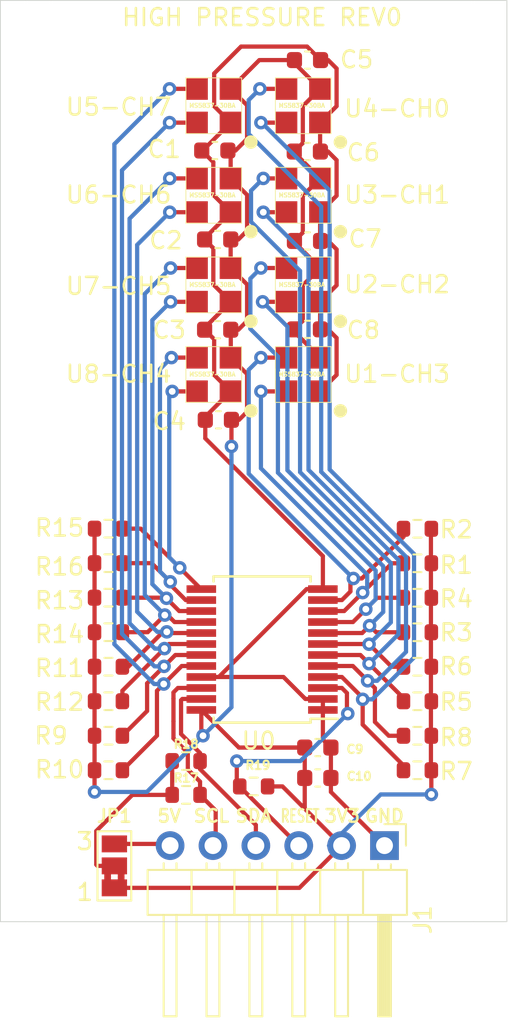
<source format=kicad_pcb>
(kicad_pcb (version 20171130) (host pcbnew "(5.1.12)-1")

  (general
    (thickness 1.6)
    (drawings 17)
    (tracks 403)
    (zones 0)
    (modules 44)
    (nets 24)
  )

  (page A4)
  (layers
    (0 F.Cu signal)
    (31 B.Cu signal)
    (32 B.Adhes user)
    (33 F.Adhes user)
    (34 B.Paste user)
    (35 F.Paste user)
    (36 B.SilkS user)
    (37 F.SilkS user)
    (38 B.Mask user)
    (39 F.Mask user)
    (40 Dwgs.User user)
    (41 Cmts.User user)
    (42 Eco1.User user)
    (43 Eco2.User user)
    (44 Edge.Cuts user)
    (45 Margin user)
    (46 B.CrtYd user)
    (47 F.CrtYd user)
    (48 B.Fab user)
    (49 F.Fab user)
  )

  (setup
    (last_trace_width 0.25)
    (trace_clearance 0.2)
    (zone_clearance 0.508)
    (zone_45_only no)
    (trace_min 0.2)
    (via_size 0.8)
    (via_drill 0.4)
    (via_min_size 0.4)
    (via_min_drill 0.3)
    (uvia_size 0.3)
    (uvia_drill 0.1)
    (uvias_allowed no)
    (uvia_min_size 0.2)
    (uvia_min_drill 0.1)
    (edge_width 0.05)
    (segment_width 0.2)
    (pcb_text_width 0.3)
    (pcb_text_size 1.5 1.5)
    (mod_edge_width 0.12)
    (mod_text_size 1 1)
    (mod_text_width 0.15)
    (pad_size 1.3 1.3)
    (pad_drill 0)
    (pad_to_mask_clearance 0)
    (aux_axis_origin 0 0)
    (visible_elements 7FFDFF7F)
    (pcbplotparams
      (layerselection 0x010fc_ffffffff)
      (usegerberextensions true)
      (usegerberattributes true)
      (usegerberadvancedattributes false)
      (creategerberjobfile false)
      (excludeedgelayer true)
      (linewidth 0.100000)
      (plotframeref false)
      (viasonmask false)
      (mode 1)
      (useauxorigin false)
      (hpglpennumber 1)
      (hpglpenspeed 20)
      (hpglpendiameter 15.000000)
      (psnegative false)
      (psa4output false)
      (plotreference true)
      (plotvalue false)
      (plotinvisibletext false)
      (padsonsilk false)
      (subtractmaskfromsilk true)
      (outputformat 1)
      (mirror false)
      (drillshape 0)
      (scaleselection 1)
      (outputdirectory "gerbers/"))
  )

  (net 0 "")
  (net 1 "Net-(J1-Pad3)")
  (net 2 +3V3)
  (net 3 GND)
  (net 4 "Net-(J1-Pad4)")
  (net 5 "Net-(J1-Pad5)")
  (net 6 "Net-(R1-Pad2)")
  (net 7 "Net-(R2-Pad2)")
  (net 8 "Net-(R3-Pad2)")
  (net 9 "Net-(R4-Pad2)")
  (net 10 "Net-(R5-Pad2)")
  (net 11 "Net-(R6-Pad2)")
  (net 12 "Net-(R7-Pad2)")
  (net 13 "Net-(R8-Pad2)")
  (net 14 "Net-(R9-Pad2)")
  (net 15 "Net-(R10-Pad2)")
  (net 16 "Net-(R11-Pad2)")
  (net 17 "Net-(R12-Pad2)")
  (net 18 "Net-(R13-Pad2)")
  (net 19 "Net-(R14-Pad2)")
  (net 20 "Net-(R15-Pad2)")
  (net 21 "Net-(R16-Pad2)")
  (net 22 +5V)
  (net 23 "Net-(JP1-Pad2)")

  (net_class Default "This is the default net class."
    (clearance 0.2)
    (trace_width 0.25)
    (via_dia 0.8)
    (via_drill 0.4)
    (uvia_dia 0.3)
    (uvia_drill 0.1)
    (add_net +3V3)
    (add_net +5V)
    (add_net GND)
    (add_net "Net-(J1-Pad3)")
    (add_net "Net-(J1-Pad4)")
    (add_net "Net-(J1-Pad5)")
    (add_net "Net-(JP1-Pad2)")
    (add_net "Net-(R1-Pad2)")
    (add_net "Net-(R10-Pad2)")
    (add_net "Net-(R11-Pad2)")
    (add_net "Net-(R12-Pad2)")
    (add_net "Net-(R13-Pad2)")
    (add_net "Net-(R14-Pad2)")
    (add_net "Net-(R15-Pad2)")
    (add_net "Net-(R16-Pad2)")
    (add_net "Net-(R2-Pad2)")
    (add_net "Net-(R3-Pad2)")
    (add_net "Net-(R4-Pad2)")
    (add_net "Net-(R5-Pad2)")
    (add_net "Net-(R6-Pad2)")
    (add_net "Net-(R7-Pad2)")
    (add_net "Net-(R8-Pad2)")
    (add_net "Net-(R9-Pad2)")
  )

  (module Capacitor_SMD:C_0603_1608Metric (layer F.Cu) (tedit 5F68FEEE) (tstamp 61B91F79)
    (at 127.2 50.38)
    (descr "Capacitor SMD 0603 (1608 Metric), square (rectangular) end terminal, IPC_7351 nominal, (Body size source: IPC-SM-782 page 76, https://www.pcb-3d.com/wordpress/wp-content/uploads/ipc-sm-782a_amendment_1_and_2.pdf), generated with kicad-footprint-generator")
    (tags capacitor)
    (path /61C6B183)
    (attr smd)
    (fp_text reference C1 (at -3 -0.08) (layer F.SilkS)
      (effects (font (size 1 1) (thickness 0.15)))
    )
    (fp_text value 06034C104KAT2A (at -8.7 0.12) (layer F.Fab)
      (effects (font (size 1 1) (thickness 0.15)))
    )
    (fp_line (start 1.48 0.73) (end -1.48 0.73) (layer F.CrtYd) (width 0.05))
    (fp_line (start 1.48 -0.73) (end 1.48 0.73) (layer F.CrtYd) (width 0.05))
    (fp_line (start -1.48 -0.73) (end 1.48 -0.73) (layer F.CrtYd) (width 0.05))
    (fp_line (start -1.48 0.73) (end -1.48 -0.73) (layer F.CrtYd) (width 0.05))
    (fp_line (start -0.14058 0.51) (end 0.14058 0.51) (layer F.SilkS) (width 0.12))
    (fp_line (start -0.14058 -0.51) (end 0.14058 -0.51) (layer F.SilkS) (width 0.12))
    (fp_line (start 0.8 0.4) (end -0.8 0.4) (layer F.Fab) (width 0.1))
    (fp_line (start 0.8 -0.4) (end 0.8 0.4) (layer F.Fab) (width 0.1))
    (fp_line (start -0.8 -0.4) (end 0.8 -0.4) (layer F.Fab) (width 0.1))
    (fp_line (start -0.8 0.4) (end -0.8 -0.4) (layer F.Fab) (width 0.1))
    (fp_text user %R (at 0 0) (layer F.Fab)
      (effects (font (size 0.4 0.4) (thickness 0.06)))
    )
    (pad 2 smd roundrect (at 0.775 0) (size 0.9 0.95) (layers F.Cu F.Paste F.Mask) (roundrect_rratio 0.25)
      (net 2 +3V3))
    (pad 1 smd roundrect (at -0.775 0) (size 0.9 0.95) (layers F.Cu F.Paste F.Mask) (roundrect_rratio 0.25)
      (net 3 GND))
    (model ${KISYS3DMOD}/Capacitor_SMD.3dshapes/C_0603_1608Metric.wrl
      (at (xyz 0 0 0))
      (scale (xyz 1 1 1))
      (rotate (xyz 0 0 0))
    )
  )

  (module Capacitor_SMD:C_0603_1608Metric (layer F.Cu) (tedit 5F68FEEE) (tstamp 61B91F8A)
    (at 127.37 55.64)
    (descr "Capacitor SMD 0603 (1608 Metric), square (rectangular) end terminal, IPC_7351 nominal, (Body size source: IPC-SM-782 page 76, https://www.pcb-3d.com/wordpress/wp-content/uploads/ipc-sm-782a_amendment_1_and_2.pdf), generated with kicad-footprint-generator")
    (tags capacitor)
    (path /61CB5F68)
    (attr smd)
    (fp_text reference C2 (at -3.07 0.06) (layer F.SilkS)
      (effects (font (size 1 1) (thickness 0.15)))
    )
    (fp_text value 06034C104KAT2A (at -9.37 -0.14) (layer F.Fab)
      (effects (font (size 1 1) (thickness 0.15)))
    )
    (fp_line (start -0.8 0.4) (end -0.8 -0.4) (layer F.Fab) (width 0.1))
    (fp_line (start -0.8 -0.4) (end 0.8 -0.4) (layer F.Fab) (width 0.1))
    (fp_line (start 0.8 -0.4) (end 0.8 0.4) (layer F.Fab) (width 0.1))
    (fp_line (start 0.8 0.4) (end -0.8 0.4) (layer F.Fab) (width 0.1))
    (fp_line (start -0.14058 -0.51) (end 0.14058 -0.51) (layer F.SilkS) (width 0.12))
    (fp_line (start -0.14058 0.51) (end 0.14058 0.51) (layer F.SilkS) (width 0.12))
    (fp_line (start -1.48 0.73) (end -1.48 -0.73) (layer F.CrtYd) (width 0.05))
    (fp_line (start -1.48 -0.73) (end 1.48 -0.73) (layer F.CrtYd) (width 0.05))
    (fp_line (start 1.48 -0.73) (end 1.48 0.73) (layer F.CrtYd) (width 0.05))
    (fp_line (start 1.48 0.73) (end -1.48 0.73) (layer F.CrtYd) (width 0.05))
    (fp_text user %R (at 0 0) (layer F.Fab)
      (effects (font (size 0.4 0.4) (thickness 0.06)))
    )
    (pad 1 smd roundrect (at -0.775 0) (size 0.9 0.95) (layers F.Cu F.Paste F.Mask) (roundrect_rratio 0.25)
      (net 3 GND))
    (pad 2 smd roundrect (at 0.775 0) (size 0.9 0.95) (layers F.Cu F.Paste F.Mask) (roundrect_rratio 0.25)
      (net 2 +3V3))
    (model ${KISYS3DMOD}/Capacitor_SMD.3dshapes/C_0603_1608Metric.wrl
      (at (xyz 0 0 0))
      (scale (xyz 1 1 1))
      (rotate (xyz 0 0 0))
    )
  )

  (module Capacitor_SMD:C_0603_1608Metric (layer F.Cu) (tedit 5F68FEEE) (tstamp 61B91F9B)
    (at 127.37 60.98)
    (descr "Capacitor SMD 0603 (1608 Metric), square (rectangular) end terminal, IPC_7351 nominal, (Body size source: IPC-SM-782 page 76, https://www.pcb-3d.com/wordpress/wp-content/uploads/ipc-sm-782a_amendment_1_and_2.pdf), generated with kicad-footprint-generator")
    (tags capacitor)
    (path /61CBF7C4)
    (attr smd)
    (fp_text reference C3 (at -2.87 0.02) (layer F.SilkS)
      (effects (font (size 1 1) (thickness 0.15)))
    )
    (fp_text value 06034C104KAT2A (at -8.87 0.02) (layer F.Fab)
      (effects (font (size 1 1) (thickness 0.15)))
    )
    (fp_line (start 1.48 0.73) (end -1.48 0.73) (layer F.CrtYd) (width 0.05))
    (fp_line (start 1.48 -0.73) (end 1.48 0.73) (layer F.CrtYd) (width 0.05))
    (fp_line (start -1.48 -0.73) (end 1.48 -0.73) (layer F.CrtYd) (width 0.05))
    (fp_line (start -1.48 0.73) (end -1.48 -0.73) (layer F.CrtYd) (width 0.05))
    (fp_line (start -0.14058 0.51) (end 0.14058 0.51) (layer F.SilkS) (width 0.12))
    (fp_line (start -0.14058 -0.51) (end 0.14058 -0.51) (layer F.SilkS) (width 0.12))
    (fp_line (start 0.8 0.4) (end -0.8 0.4) (layer F.Fab) (width 0.1))
    (fp_line (start 0.8 -0.4) (end 0.8 0.4) (layer F.Fab) (width 0.1))
    (fp_line (start -0.8 -0.4) (end 0.8 -0.4) (layer F.Fab) (width 0.1))
    (fp_line (start -0.8 0.4) (end -0.8 -0.4) (layer F.Fab) (width 0.1))
    (fp_text user %R (at 0 0) (layer F.Fab)
      (effects (font (size 0.4 0.4) (thickness 0.06)))
    )
    (pad 2 smd roundrect (at 0.775 0) (size 0.9 0.95) (layers F.Cu F.Paste F.Mask) (roundrect_rratio 0.25)
      (net 2 +3V3))
    (pad 1 smd roundrect (at -0.775 0) (size 0.9 0.95) (layers F.Cu F.Paste F.Mask) (roundrect_rratio 0.25)
      (net 3 GND))
    (model ${KISYS3DMOD}/Capacitor_SMD.3dshapes/C_0603_1608Metric.wrl
      (at (xyz 0 0 0))
      (scale (xyz 1 1 1))
      (rotate (xyz 0 0 0))
    )
  )

  (module Capacitor_SMD:C_0603_1608Metric (layer F.Cu) (tedit 5F68FEEE) (tstamp 61B91FAC)
    (at 127.41 66.31)
    (descr "Capacitor SMD 0603 (1608 Metric), square (rectangular) end terminal, IPC_7351 nominal, (Body size source: IPC-SM-782 page 76, https://www.pcb-3d.com/wordpress/wp-content/uploads/ipc-sm-782a_amendment_1_and_2.pdf), generated with kicad-footprint-generator")
    (tags capacitor)
    (path /61CD0124)
    (attr smd)
    (fp_text reference C4 (at -2.91 0.09) (layer F.SilkS)
      (effects (font (size 1 1) (thickness 0.15)))
    )
    (fp_text value 06034C104KAT2A (at -9.41 0.19) (layer F.Fab)
      (effects (font (size 1 1) (thickness 0.15)))
    )
    (fp_line (start -0.8 0.4) (end -0.8 -0.4) (layer F.Fab) (width 0.1))
    (fp_line (start -0.8 -0.4) (end 0.8 -0.4) (layer F.Fab) (width 0.1))
    (fp_line (start 0.8 -0.4) (end 0.8 0.4) (layer F.Fab) (width 0.1))
    (fp_line (start 0.8 0.4) (end -0.8 0.4) (layer F.Fab) (width 0.1))
    (fp_line (start -0.14058 -0.51) (end 0.14058 -0.51) (layer F.SilkS) (width 0.12))
    (fp_line (start -0.14058 0.51) (end 0.14058 0.51) (layer F.SilkS) (width 0.12))
    (fp_line (start -1.48 0.73) (end -1.48 -0.73) (layer F.CrtYd) (width 0.05))
    (fp_line (start -1.48 -0.73) (end 1.48 -0.73) (layer F.CrtYd) (width 0.05))
    (fp_line (start 1.48 -0.73) (end 1.48 0.73) (layer F.CrtYd) (width 0.05))
    (fp_line (start 1.48 0.73) (end -1.48 0.73) (layer F.CrtYd) (width 0.05))
    (fp_text user %R (at 0 0) (layer F.Fab)
      (effects (font (size 0.4 0.4) (thickness 0.06)))
    )
    (pad 1 smd roundrect (at -0.775 0) (size 0.9 0.95) (layers F.Cu F.Paste F.Mask) (roundrect_rratio 0.25)
      (net 3 GND))
    (pad 2 smd roundrect (at 0.775 0) (size 0.9 0.95) (layers F.Cu F.Paste F.Mask) (roundrect_rratio 0.25)
      (net 2 +3V3))
    (model ${KISYS3DMOD}/Capacitor_SMD.3dshapes/C_0603_1608Metric.wrl
      (at (xyz 0 0 0))
      (scale (xyz 1 1 1))
      (rotate (xyz 0 0 0))
    )
  )

  (module Capacitor_SMD:C_0603_1608Metric (layer F.Cu) (tedit 5F68FEEE) (tstamp 61B91FBD)
    (at 132.69 45.03 180)
    (descr "Capacitor SMD 0603 (1608 Metric), square (rectangular) end terminal, IPC_7351 nominal, (Body size source: IPC-SM-782 page 76, https://www.pcb-3d.com/wordpress/wp-content/uploads/ipc-sm-782a_amendment_1_and_2.pdf), generated with kicad-footprint-generator")
    (tags capacitor)
    (path /61DDC49B)
    (attr smd)
    (fp_text reference C5 (at -2.91 0.03) (layer F.SilkS)
      (effects (font (size 1 1) (thickness 0.15)))
    )
    (fp_text value 06034C104KAT2A (at -8.81 0.03) (layer F.Fab)
      (effects (font (size 1 1) (thickness 0.15)))
    )
    (fp_line (start 1.48 0.73) (end -1.48 0.73) (layer F.CrtYd) (width 0.05))
    (fp_line (start 1.48 -0.73) (end 1.48 0.73) (layer F.CrtYd) (width 0.05))
    (fp_line (start -1.48 -0.73) (end 1.48 -0.73) (layer F.CrtYd) (width 0.05))
    (fp_line (start -1.48 0.73) (end -1.48 -0.73) (layer F.CrtYd) (width 0.05))
    (fp_line (start -0.14058 0.51) (end 0.14058 0.51) (layer F.SilkS) (width 0.12))
    (fp_line (start -0.14058 -0.51) (end 0.14058 -0.51) (layer F.SilkS) (width 0.12))
    (fp_line (start 0.8 0.4) (end -0.8 0.4) (layer F.Fab) (width 0.1))
    (fp_line (start 0.8 -0.4) (end 0.8 0.4) (layer F.Fab) (width 0.1))
    (fp_line (start -0.8 -0.4) (end 0.8 -0.4) (layer F.Fab) (width 0.1))
    (fp_line (start -0.8 0.4) (end -0.8 -0.4) (layer F.Fab) (width 0.1))
    (fp_text user %R (at 0 0) (layer F.Fab)
      (effects (font (size 0.4 0.4) (thickness 0.06)))
    )
    (pad 2 smd roundrect (at 0.775 0 180) (size 0.9 0.95) (layers F.Cu F.Paste F.Mask) (roundrect_rratio 0.25)
      (net 2 +3V3))
    (pad 1 smd roundrect (at -0.775 0 180) (size 0.9 0.95) (layers F.Cu F.Paste F.Mask) (roundrect_rratio 0.25)
      (net 3 GND))
    (model ${KISYS3DMOD}/Capacitor_SMD.3dshapes/C_0603_1608Metric.wrl
      (at (xyz 0 0 0))
      (scale (xyz 1 1 1))
      (rotate (xyz 0 0 0))
    )
  )

  (module Capacitor_SMD:C_0603_1608Metric (layer F.Cu) (tedit 5F68FEEE) (tstamp 61B91FCE)
    (at 132.68 50.44 180)
    (descr "Capacitor SMD 0603 (1608 Metric), square (rectangular) end terminal, IPC_7351 nominal, (Body size source: IPC-SM-782 page 76, https://www.pcb-3d.com/wordpress/wp-content/uploads/ipc-sm-782a_amendment_1_and_2.pdf), generated with kicad-footprint-generator")
    (tags capacitor)
    (path /61DDC4D7)
    (attr smd)
    (fp_text reference C6 (at -3.32 -0.06) (layer F.SilkS)
      (effects (font (size 1 1) (thickness 0.15)))
    )
    (fp_text value 06034C104KAT2A (at -8.82 0.44) (layer F.Fab)
      (effects (font (size 1 1) (thickness 0.15)))
    )
    (fp_line (start -0.8 0.4) (end -0.8 -0.4) (layer F.Fab) (width 0.1))
    (fp_line (start -0.8 -0.4) (end 0.8 -0.4) (layer F.Fab) (width 0.1))
    (fp_line (start 0.8 -0.4) (end 0.8 0.4) (layer F.Fab) (width 0.1))
    (fp_line (start 0.8 0.4) (end -0.8 0.4) (layer F.Fab) (width 0.1))
    (fp_line (start -0.14058 -0.51) (end 0.14058 -0.51) (layer F.SilkS) (width 0.12))
    (fp_line (start -0.14058 0.51) (end 0.14058 0.51) (layer F.SilkS) (width 0.12))
    (fp_line (start -1.48 0.73) (end -1.48 -0.73) (layer F.CrtYd) (width 0.05))
    (fp_line (start -1.48 -0.73) (end 1.48 -0.73) (layer F.CrtYd) (width 0.05))
    (fp_line (start 1.48 -0.73) (end 1.48 0.73) (layer F.CrtYd) (width 0.05))
    (fp_line (start 1.48 0.73) (end -1.48 0.73) (layer F.CrtYd) (width 0.05))
    (fp_text user %R (at 0 0) (layer F.Fab)
      (effects (font (size 0.4 0.4) (thickness 0.06)))
    )
    (pad 1 smd roundrect (at -0.775 0 180) (size 0.9 0.95) (layers F.Cu F.Paste F.Mask) (roundrect_rratio 0.25)
      (net 3 GND))
    (pad 2 smd roundrect (at 0.775 0 180) (size 0.9 0.95) (layers F.Cu F.Paste F.Mask) (roundrect_rratio 0.25)
      (net 2 +3V3))
    (model ${KISYS3DMOD}/Capacitor_SMD.3dshapes/C_0603_1608Metric.wrl
      (at (xyz 0 0 0))
      (scale (xyz 1 1 1))
      (rotate (xyz 0 0 0))
    )
  )

  (module Capacitor_SMD:C_0603_1608Metric (layer F.Cu) (tedit 5F68FEEE) (tstamp 61B91FDF)
    (at 132.69 55.73 180)
    (descr "Capacitor SMD 0603 (1608 Metric), square (rectangular) end terminal, IPC_7351 nominal, (Body size source: IPC-SM-782 page 76, https://www.pcb-3d.com/wordpress/wp-content/uploads/ipc-sm-782a_amendment_1_and_2.pdf), generated with kicad-footprint-generator")
    (tags capacitor)
    (path /61DDC519)
    (attr smd)
    (fp_text reference C7 (at -3.41 0.13) (layer F.SilkS)
      (effects (font (size 1 1) (thickness 0.15)))
    )
    (fp_text value 06034C104KAT2A (at -9.31 0.23) (layer F.Fab)
      (effects (font (size 1 1) (thickness 0.15)))
    )
    (fp_line (start -0.8 0.4) (end -0.8 -0.4) (layer F.Fab) (width 0.1))
    (fp_line (start -0.8 -0.4) (end 0.8 -0.4) (layer F.Fab) (width 0.1))
    (fp_line (start 0.8 -0.4) (end 0.8 0.4) (layer F.Fab) (width 0.1))
    (fp_line (start 0.8 0.4) (end -0.8 0.4) (layer F.Fab) (width 0.1))
    (fp_line (start -0.14058 -0.51) (end 0.14058 -0.51) (layer F.SilkS) (width 0.12))
    (fp_line (start -0.14058 0.51) (end 0.14058 0.51) (layer F.SilkS) (width 0.12))
    (fp_line (start -1.48 0.73) (end -1.48 -0.73) (layer F.CrtYd) (width 0.05))
    (fp_line (start -1.48 -0.73) (end 1.48 -0.73) (layer F.CrtYd) (width 0.05))
    (fp_line (start 1.48 -0.73) (end 1.48 0.73) (layer F.CrtYd) (width 0.05))
    (fp_line (start 1.48 0.73) (end -1.48 0.73) (layer F.CrtYd) (width 0.05))
    (fp_text user %R (at 0 0) (layer F.Fab)
      (effects (font (size 0.4 0.4) (thickness 0.06)))
    )
    (pad 1 smd roundrect (at -0.775 0 180) (size 0.9 0.95) (layers F.Cu F.Paste F.Mask) (roundrect_rratio 0.25)
      (net 3 GND))
    (pad 2 smd roundrect (at 0.775 0 180) (size 0.9 0.95) (layers F.Cu F.Paste F.Mask) (roundrect_rratio 0.25)
      (net 2 +3V3))
    (model ${KISYS3DMOD}/Capacitor_SMD.3dshapes/C_0603_1608Metric.wrl
      (at (xyz 0 0 0))
      (scale (xyz 1 1 1))
      (rotate (xyz 0 0 0))
    )
  )

  (module Capacitor_SMD:C_0603_1608Metric (layer F.Cu) (tedit 5F68FEEE) (tstamp 61B91FF0)
    (at 132.68 60.96 180)
    (descr "Capacitor SMD 0603 (1608 Metric), square (rectangular) end terminal, IPC_7351 nominal, (Body size source: IPC-SM-782 page 76, https://www.pcb-3d.com/wordpress/wp-content/uploads/ipc-sm-782a_amendment_1_and_2.pdf), generated with kicad-footprint-generator")
    (tags capacitor)
    (path /61DDC55B)
    (attr smd)
    (fp_text reference C8 (at -3.32 -0.04) (layer F.SilkS)
      (effects (font (size 1 1) (thickness 0.15)))
    )
    (fp_text value 06034C104KAT2A (at -9.32 -0.04) (layer F.Fab)
      (effects (font (size 1 1) (thickness 0.15)))
    )
    (fp_line (start 1.48 0.73) (end -1.48 0.73) (layer F.CrtYd) (width 0.05))
    (fp_line (start 1.48 -0.73) (end 1.48 0.73) (layer F.CrtYd) (width 0.05))
    (fp_line (start -1.48 -0.73) (end 1.48 -0.73) (layer F.CrtYd) (width 0.05))
    (fp_line (start -1.48 0.73) (end -1.48 -0.73) (layer F.CrtYd) (width 0.05))
    (fp_line (start -0.14058 0.51) (end 0.14058 0.51) (layer F.SilkS) (width 0.12))
    (fp_line (start -0.14058 -0.51) (end 0.14058 -0.51) (layer F.SilkS) (width 0.12))
    (fp_line (start 0.8 0.4) (end -0.8 0.4) (layer F.Fab) (width 0.1))
    (fp_line (start 0.8 -0.4) (end 0.8 0.4) (layer F.Fab) (width 0.1))
    (fp_line (start -0.8 -0.4) (end 0.8 -0.4) (layer F.Fab) (width 0.1))
    (fp_line (start -0.8 0.4) (end -0.8 -0.4) (layer F.Fab) (width 0.1))
    (fp_text user %R (at 0 0) (layer F.Fab)
      (effects (font (size 0.4 0.4) (thickness 0.06)))
    )
    (pad 2 smd roundrect (at 0.775 0 180) (size 0.9 0.95) (layers F.Cu F.Paste F.Mask) (roundrect_rratio 0.25)
      (net 2 +3V3))
    (pad 1 smd roundrect (at -0.775 0 180) (size 0.9 0.95) (layers F.Cu F.Paste F.Mask) (roundrect_rratio 0.25)
      (net 3 GND))
    (model ${KISYS3DMOD}/Capacitor_SMD.3dshapes/C_0603_1608Metric.wrl
      (at (xyz 0 0 0))
      (scale (xyz 1 1 1))
      (rotate (xyz 0 0 0))
    )
  )

  (module Capacitor_SMD:C_0603_1608Metric (layer F.Cu) (tedit 5F68FEEE) (tstamp 61B92001)
    (at 133.3 85.7)
    (descr "Capacitor SMD 0603 (1608 Metric), square (rectangular) end terminal, IPC_7351 nominal, (Body size source: IPC-SM-782 page 76, https://www.pcb-3d.com/wordpress/wp-content/uploads/ipc-sm-782a_amendment_1_and_2.pdf), generated with kicad-footprint-generator")
    (tags capacitor)
    (path /61ADC204)
    (attr smd)
    (fp_text reference C9 (at 2.2 0.1) (layer F.SilkS)
      (effects (font (size 0.5 0.5) (thickness 0.125)))
    )
    (fp_text value C (at 0 1.43) (layer F.Fab)
      (effects (font (size 1 1) (thickness 0.15)))
    )
    (fp_line (start -0.8 0.4) (end -0.8 -0.4) (layer F.Fab) (width 0.1))
    (fp_line (start -0.8 -0.4) (end 0.8 -0.4) (layer F.Fab) (width 0.1))
    (fp_line (start 0.8 -0.4) (end 0.8 0.4) (layer F.Fab) (width 0.1))
    (fp_line (start 0.8 0.4) (end -0.8 0.4) (layer F.Fab) (width 0.1))
    (fp_line (start -0.14058 -0.51) (end 0.14058 -0.51) (layer F.SilkS) (width 0.12))
    (fp_line (start -0.14058 0.51) (end 0.14058 0.51) (layer F.SilkS) (width 0.12))
    (fp_line (start -1.48 0.73) (end -1.48 -0.73) (layer F.CrtYd) (width 0.05))
    (fp_line (start -1.48 -0.73) (end 1.48 -0.73) (layer F.CrtYd) (width 0.05))
    (fp_line (start 1.48 -0.73) (end 1.48 0.73) (layer F.CrtYd) (width 0.05))
    (fp_line (start 1.48 0.73) (end -1.48 0.73) (layer F.CrtYd) (width 0.05))
    (fp_text user %R (at 0 0) (layer F.Fab)
      (effects (font (size 0.4 0.4) (thickness 0.06)))
    )
    (pad 1 smd roundrect (at -0.775 0) (size 0.9 0.95) (layers F.Cu F.Paste F.Mask) (roundrect_rratio 0.25)
      (net 2 +3V3))
    (pad 2 smd roundrect (at 0.775 0) (size 0.9 0.95) (layers F.Cu F.Paste F.Mask) (roundrect_rratio 0.25)
      (net 3 GND))
    (model ${KISYS3DMOD}/Capacitor_SMD.3dshapes/C_0603_1608Metric.wrl
      (at (xyz 0 0 0))
      (scale (xyz 1 1 1))
      (rotate (xyz 0 0 0))
    )
  )

  (module Capacitor_SMD:C_0603_1608Metric (layer F.Cu) (tedit 5F68FEEE) (tstamp 61B92012)
    (at 133.3 87.5)
    (descr "Capacitor SMD 0603 (1608 Metric), square (rectangular) end terminal, IPC_7351 nominal, (Body size source: IPC-SM-782 page 76, https://www.pcb-3d.com/wordpress/wp-content/uploads/ipc-sm-782a_amendment_1_and_2.pdf), generated with kicad-footprint-generator")
    (tags capacitor)
    (path /61B060DB)
    (attr smd)
    (fp_text reference C10 (at 2.45 -0.1) (layer F.SilkS)
      (effects (font (size 0.5 0.5) (thickness 0.125)))
    )
    (fp_text value C (at 0 1.43) (layer F.Fab)
      (effects (font (size 1 1) (thickness 0.15)))
    )
    (fp_line (start 1.48 0.73) (end -1.48 0.73) (layer F.CrtYd) (width 0.05))
    (fp_line (start 1.48 -0.73) (end 1.48 0.73) (layer F.CrtYd) (width 0.05))
    (fp_line (start -1.48 -0.73) (end 1.48 -0.73) (layer F.CrtYd) (width 0.05))
    (fp_line (start -1.48 0.73) (end -1.48 -0.73) (layer F.CrtYd) (width 0.05))
    (fp_line (start -0.14058 0.51) (end 0.14058 0.51) (layer F.SilkS) (width 0.12))
    (fp_line (start -0.14058 -0.51) (end 0.14058 -0.51) (layer F.SilkS) (width 0.12))
    (fp_line (start 0.8 0.4) (end -0.8 0.4) (layer F.Fab) (width 0.1))
    (fp_line (start 0.8 -0.4) (end 0.8 0.4) (layer F.Fab) (width 0.1))
    (fp_line (start -0.8 -0.4) (end 0.8 -0.4) (layer F.Fab) (width 0.1))
    (fp_line (start -0.8 0.4) (end -0.8 -0.4) (layer F.Fab) (width 0.1))
    (fp_text user %R (at 0 0) (layer F.Fab)
      (effects (font (size 0.4 0.4) (thickness 0.06)))
    )
    (pad 2 smd roundrect (at 0.775 0) (size 0.9 0.95) (layers F.Cu F.Paste F.Mask) (roundrect_rratio 0.25)
      (net 3 GND))
    (pad 1 smd roundrect (at -0.775 0) (size 0.9 0.95) (layers F.Cu F.Paste F.Mask) (roundrect_rratio 0.25)
      (net 2 +3V3))
    (model ${KISYS3DMOD}/Capacitor_SMD.3dshapes/C_0603_1608Metric.wrl
      (at (xyz 0 0 0))
      (scale (xyz 1 1 1))
      (rotate (xyz 0 0 0))
    )
  )

  (module Resistor_SMD:R_0603_1608Metric (layer F.Cu) (tedit 5F68FEEE) (tstamp 61B9207D)
    (at 139.2 74.797958 180)
    (descr "Resistor SMD 0603 (1608 Metric), square (rectangular) end terminal, IPC_7351 nominal, (Body size source: IPC-SM-782 page 72, https://www.pcb-3d.com/wordpress/wp-content/uploads/ipc-sm-782a_amendment_1_and_2.pdf), generated with kicad-footprint-generator")
    (tags resistor)
    (path /61C94E47)
    (attr smd)
    (fp_text reference R1 (at -2.3 -0.102042) (layer F.SilkS)
      (effects (font (size 1 1) (thickness 0.15)))
    )
    (fp_text value R (at 0 1.43) (layer F.Fab)
      (effects (font (size 1 1) (thickness 0.15)))
    )
    (fp_line (start 1.48 0.73) (end -1.48 0.73) (layer F.CrtYd) (width 0.05))
    (fp_line (start 1.48 -0.73) (end 1.48 0.73) (layer F.CrtYd) (width 0.05))
    (fp_line (start -1.48 -0.73) (end 1.48 -0.73) (layer F.CrtYd) (width 0.05))
    (fp_line (start -1.48 0.73) (end -1.48 -0.73) (layer F.CrtYd) (width 0.05))
    (fp_line (start -0.237258 0.5225) (end 0.237258 0.5225) (layer F.SilkS) (width 0.12))
    (fp_line (start -0.237258 -0.5225) (end 0.237258 -0.5225) (layer F.SilkS) (width 0.12))
    (fp_line (start 0.8 0.4125) (end -0.8 0.4125) (layer F.Fab) (width 0.1))
    (fp_line (start 0.8 -0.4125) (end 0.8 0.4125) (layer F.Fab) (width 0.1))
    (fp_line (start -0.8 -0.4125) (end 0.8 -0.4125) (layer F.Fab) (width 0.1))
    (fp_line (start -0.8 0.4125) (end -0.8 -0.4125) (layer F.Fab) (width 0.1))
    (fp_text user %R (at 0 0) (layer F.Fab)
      (effects (font (size 0.4 0.4) (thickness 0.06)))
    )
    (pad 2 smd roundrect (at 0.825 0 180) (size 0.8 0.95) (layers F.Cu F.Paste F.Mask) (roundrect_rratio 0.25)
      (net 6 "Net-(R1-Pad2)"))
    (pad 1 smd roundrect (at -0.825 0 180) (size 0.8 0.95) (layers F.Cu F.Paste F.Mask) (roundrect_rratio 0.25)
      (net 2 +3V3))
    (model ${KISYS3DMOD}/Resistor_SMD.3dshapes/R_0603_1608Metric.wrl
      (at (xyz 0 0 0))
      (scale (xyz 1 1 1))
      (rotate (xyz 0 0 0))
    )
  )

  (module Resistor_SMD:R_0603_1608Metric (layer F.Cu) (tedit 5F68FEEE) (tstamp 61B9208E)
    (at 139.2 72.757142 180)
    (descr "Resistor SMD 0603 (1608 Metric), square (rectangular) end terminal, IPC_7351 nominal, (Body size source: IPC-SM-782 page 72, https://www.pcb-3d.com/wordpress/wp-content/uploads/ipc-sm-782a_amendment_1_and_2.pdf), generated with kicad-footprint-generator")
    (tags resistor)
    (path /61C9104B)
    (attr smd)
    (fp_text reference R2 (at -2.3 -0.042858) (layer F.SilkS)
      (effects (font (size 1 1) (thickness 0.15)))
    )
    (fp_text value R (at 0 1.43) (layer F.Fab)
      (effects (font (size 1 1) (thickness 0.15)))
    )
    (fp_line (start -0.8 0.4125) (end -0.8 -0.4125) (layer F.Fab) (width 0.1))
    (fp_line (start -0.8 -0.4125) (end 0.8 -0.4125) (layer F.Fab) (width 0.1))
    (fp_line (start 0.8 -0.4125) (end 0.8 0.4125) (layer F.Fab) (width 0.1))
    (fp_line (start 0.8 0.4125) (end -0.8 0.4125) (layer F.Fab) (width 0.1))
    (fp_line (start -0.237258 -0.5225) (end 0.237258 -0.5225) (layer F.SilkS) (width 0.12))
    (fp_line (start -0.237258 0.5225) (end 0.237258 0.5225) (layer F.SilkS) (width 0.12))
    (fp_line (start -1.48 0.73) (end -1.48 -0.73) (layer F.CrtYd) (width 0.05))
    (fp_line (start -1.48 -0.73) (end 1.48 -0.73) (layer F.CrtYd) (width 0.05))
    (fp_line (start 1.48 -0.73) (end 1.48 0.73) (layer F.CrtYd) (width 0.05))
    (fp_line (start 1.48 0.73) (end -1.48 0.73) (layer F.CrtYd) (width 0.05))
    (fp_text user %R (at 0 0 180) (layer F.Fab)
      (effects (font (size 0.4 0.4) (thickness 0.06)))
    )
    (pad 1 smd roundrect (at -0.825 0 180) (size 0.8 0.95) (layers F.Cu F.Paste F.Mask) (roundrect_rratio 0.25)
      (net 2 +3V3))
    (pad 2 smd roundrect (at 0.825 0 180) (size 0.8 0.95) (layers F.Cu F.Paste F.Mask) (roundrect_rratio 0.25)
      (net 7 "Net-(R2-Pad2)"))
    (model ${KISYS3DMOD}/Resistor_SMD.3dshapes/R_0603_1608Metric.wrl
      (at (xyz 0 0 0))
      (scale (xyz 1 1 1))
      (rotate (xyz 0 0 0))
    )
  )

  (module Resistor_SMD:R_0603_1608Metric (layer F.Cu) (tedit 5F68FEEE) (tstamp 61B9209F)
    (at 139.2 78.87959 180)
    (descr "Resistor SMD 0603 (1608 Metric), square (rectangular) end terminal, IPC_7351 nominal, (Body size source: IPC-SM-782 page 72, https://www.pcb-3d.com/wordpress/wp-content/uploads/ipc-sm-782a_amendment_1_and_2.pdf), generated with kicad-footprint-generator")
    (tags resistor)
    (path /61CB5F78)
    (attr smd)
    (fp_text reference R3 (at -2.3 -0.02041) (layer F.SilkS)
      (effects (font (size 1 1) (thickness 0.15)))
    )
    (fp_text value R (at 0 1.43) (layer F.Fab)
      (effects (font (size 1 1) (thickness 0.15)))
    )
    (fp_line (start -0.8 0.4125) (end -0.8 -0.4125) (layer F.Fab) (width 0.1))
    (fp_line (start -0.8 -0.4125) (end 0.8 -0.4125) (layer F.Fab) (width 0.1))
    (fp_line (start 0.8 -0.4125) (end 0.8 0.4125) (layer F.Fab) (width 0.1))
    (fp_line (start 0.8 0.4125) (end -0.8 0.4125) (layer F.Fab) (width 0.1))
    (fp_line (start -0.237258 -0.5225) (end 0.237258 -0.5225) (layer F.SilkS) (width 0.12))
    (fp_line (start -0.237258 0.5225) (end 0.237258 0.5225) (layer F.SilkS) (width 0.12))
    (fp_line (start -1.48 0.73) (end -1.48 -0.73) (layer F.CrtYd) (width 0.05))
    (fp_line (start -1.48 -0.73) (end 1.48 -0.73) (layer F.CrtYd) (width 0.05))
    (fp_line (start 1.48 -0.73) (end 1.48 0.73) (layer F.CrtYd) (width 0.05))
    (fp_line (start 1.48 0.73) (end -1.48 0.73) (layer F.CrtYd) (width 0.05))
    (fp_text user %R (at 0 0 180) (layer F.Fab)
      (effects (font (size 0.4 0.4) (thickness 0.06)))
    )
    (pad 1 smd roundrect (at -0.825 0 180) (size 0.8 0.95) (layers F.Cu F.Paste F.Mask) (roundrect_rratio 0.25)
      (net 2 +3V3))
    (pad 2 smd roundrect (at 0.825 0 180) (size 0.8 0.95) (layers F.Cu F.Paste F.Mask) (roundrect_rratio 0.25)
      (net 8 "Net-(R3-Pad2)"))
    (model ${KISYS3DMOD}/Resistor_SMD.3dshapes/R_0603_1608Metric.wrl
      (at (xyz 0 0 0))
      (scale (xyz 1 1 1))
      (rotate (xyz 0 0 0))
    )
  )

  (module Resistor_SMD:R_0603_1608Metric (layer F.Cu) (tedit 5F68FEEE) (tstamp 61B920B0)
    (at 139.2 76.838774 180)
    (descr "Resistor SMD 0603 (1608 Metric), square (rectangular) end terminal, IPC_7351 nominal, (Body size source: IPC-SM-782 page 72, https://www.pcb-3d.com/wordpress/wp-content/uploads/ipc-sm-782a_amendment_1_and_2.pdf), generated with kicad-footprint-generator")
    (tags resistor)
    (path /61CB5F72)
    (attr smd)
    (fp_text reference R4 (at -2.3 -0.061226) (layer F.SilkS)
      (effects (font (size 1 1) (thickness 0.15)))
    )
    (fp_text value R (at 0 1.43) (layer F.Fab)
      (effects (font (size 1 1) (thickness 0.15)))
    )
    (fp_line (start 1.48 0.73) (end -1.48 0.73) (layer F.CrtYd) (width 0.05))
    (fp_line (start 1.48 -0.73) (end 1.48 0.73) (layer F.CrtYd) (width 0.05))
    (fp_line (start -1.48 -0.73) (end 1.48 -0.73) (layer F.CrtYd) (width 0.05))
    (fp_line (start -1.48 0.73) (end -1.48 -0.73) (layer F.CrtYd) (width 0.05))
    (fp_line (start -0.237258 0.5225) (end 0.237258 0.5225) (layer F.SilkS) (width 0.12))
    (fp_line (start -0.237258 -0.5225) (end 0.237258 -0.5225) (layer F.SilkS) (width 0.12))
    (fp_line (start 0.8 0.4125) (end -0.8 0.4125) (layer F.Fab) (width 0.1))
    (fp_line (start 0.8 -0.4125) (end 0.8 0.4125) (layer F.Fab) (width 0.1))
    (fp_line (start -0.8 -0.4125) (end 0.8 -0.4125) (layer F.Fab) (width 0.1))
    (fp_line (start -0.8 0.4125) (end -0.8 -0.4125) (layer F.Fab) (width 0.1))
    (fp_text user %R (at 0 0) (layer F.Fab)
      (effects (font (size 0.4 0.4) (thickness 0.06)))
    )
    (pad 2 smd roundrect (at 0.825 0 180) (size 0.8 0.95) (layers F.Cu F.Paste F.Mask) (roundrect_rratio 0.25)
      (net 9 "Net-(R4-Pad2)"))
    (pad 1 smd roundrect (at -0.825 0 180) (size 0.8 0.95) (layers F.Cu F.Paste F.Mask) (roundrect_rratio 0.25)
      (net 2 +3V3))
    (model ${KISYS3DMOD}/Resistor_SMD.3dshapes/R_0603_1608Metric.wrl
      (at (xyz 0 0 0))
      (scale (xyz 1 1 1))
      (rotate (xyz 0 0 0))
    )
  )

  (module Resistor_SMD:R_0603_1608Metric (layer F.Cu) (tedit 5F68FEEE) (tstamp 61B920C1)
    (at 139.2 82.961222 180)
    (descr "Resistor SMD 0603 (1608 Metric), square (rectangular) end terminal, IPC_7351 nominal, (Body size source: IPC-SM-782 page 72, https://www.pcb-3d.com/wordpress/wp-content/uploads/ipc-sm-782a_amendment_1_and_2.pdf), generated with kicad-footprint-generator")
    (tags resistor)
    (path /61CBF7D4)
    (attr smd)
    (fp_text reference R5 (at -2.3 -0.038778) (layer F.SilkS)
      (effects (font (size 1 1) (thickness 0.15)))
    )
    (fp_text value R (at 0 1.43) (layer F.Fab)
      (effects (font (size 1 1) (thickness 0.15)))
    )
    (fp_line (start 1.48 0.73) (end -1.48 0.73) (layer F.CrtYd) (width 0.05))
    (fp_line (start 1.48 -0.73) (end 1.48 0.73) (layer F.CrtYd) (width 0.05))
    (fp_line (start -1.48 -0.73) (end 1.48 -0.73) (layer F.CrtYd) (width 0.05))
    (fp_line (start -1.48 0.73) (end -1.48 -0.73) (layer F.CrtYd) (width 0.05))
    (fp_line (start -0.237258 0.5225) (end 0.237258 0.5225) (layer F.SilkS) (width 0.12))
    (fp_line (start -0.237258 -0.5225) (end 0.237258 -0.5225) (layer F.SilkS) (width 0.12))
    (fp_line (start 0.8 0.4125) (end -0.8 0.4125) (layer F.Fab) (width 0.1))
    (fp_line (start 0.8 -0.4125) (end 0.8 0.4125) (layer F.Fab) (width 0.1))
    (fp_line (start -0.8 -0.4125) (end 0.8 -0.4125) (layer F.Fab) (width 0.1))
    (fp_line (start -0.8 0.4125) (end -0.8 -0.4125) (layer F.Fab) (width 0.1))
    (fp_text user %R (at 0 0) (layer F.Fab)
      (effects (font (size 0.4 0.4) (thickness 0.06)))
    )
    (pad 2 smd roundrect (at 0.825 0 180) (size 0.8 0.95) (layers F.Cu F.Paste F.Mask) (roundrect_rratio 0.25)
      (net 10 "Net-(R5-Pad2)"))
    (pad 1 smd roundrect (at -0.825 0 180) (size 0.8 0.95) (layers F.Cu F.Paste F.Mask) (roundrect_rratio 0.25)
      (net 2 +3V3))
    (model ${KISYS3DMOD}/Resistor_SMD.3dshapes/R_0603_1608Metric.wrl
      (at (xyz 0 0 0))
      (scale (xyz 1 1 1))
      (rotate (xyz 0 0 0))
    )
  )

  (module Resistor_SMD:R_0603_1608Metric (layer F.Cu) (tedit 5F68FEEE) (tstamp 61B920D2)
    (at 139.2 80.920406 180)
    (descr "Resistor SMD 0603 (1608 Metric), square (rectangular) end terminal, IPC_7351 nominal, (Body size source: IPC-SM-782 page 72, https://www.pcb-3d.com/wordpress/wp-content/uploads/ipc-sm-782a_amendment_1_and_2.pdf), generated with kicad-footprint-generator")
    (tags resistor)
    (path /61CBF7CE)
    (attr smd)
    (fp_text reference R6 (at -2.3 0.020406) (layer F.SilkS)
      (effects (font (size 1 1) (thickness 0.15)))
    )
    (fp_text value R (at 0 1.43) (layer F.Fab)
      (effects (font (size 1 1) (thickness 0.15)))
    )
    (fp_line (start -0.8 0.4125) (end -0.8 -0.4125) (layer F.Fab) (width 0.1))
    (fp_line (start -0.8 -0.4125) (end 0.8 -0.4125) (layer F.Fab) (width 0.1))
    (fp_line (start 0.8 -0.4125) (end 0.8 0.4125) (layer F.Fab) (width 0.1))
    (fp_line (start 0.8 0.4125) (end -0.8 0.4125) (layer F.Fab) (width 0.1))
    (fp_line (start -0.237258 -0.5225) (end 0.237258 -0.5225) (layer F.SilkS) (width 0.12))
    (fp_line (start -0.237258 0.5225) (end 0.237258 0.5225) (layer F.SilkS) (width 0.12))
    (fp_line (start -1.48 0.73) (end -1.48 -0.73) (layer F.CrtYd) (width 0.05))
    (fp_line (start -1.48 -0.73) (end 1.48 -0.73) (layer F.CrtYd) (width 0.05))
    (fp_line (start 1.48 -0.73) (end 1.48 0.73) (layer F.CrtYd) (width 0.05))
    (fp_line (start 1.48 0.73) (end -1.48 0.73) (layer F.CrtYd) (width 0.05))
    (fp_text user %R (at 0 0) (layer F.Fab)
      (effects (font (size 0.4 0.4) (thickness 0.06)))
    )
    (pad 1 smd roundrect (at -0.825 0 180) (size 0.8 0.95) (layers F.Cu F.Paste F.Mask) (roundrect_rratio 0.25)
      (net 2 +3V3))
    (pad 2 smd roundrect (at 0.825 0 180) (size 0.8 0.95) (layers F.Cu F.Paste F.Mask) (roundrect_rratio 0.25)
      (net 11 "Net-(R6-Pad2)"))
    (model ${KISYS3DMOD}/Resistor_SMD.3dshapes/R_0603_1608Metric.wrl
      (at (xyz 0 0 0))
      (scale (xyz 1 1 1))
      (rotate (xyz 0 0 0))
    )
  )

  (module Resistor_SMD:R_0603_1608Metric (layer F.Cu) (tedit 5F68FEEE) (tstamp 61B920E3)
    (at 139.2 87.042857 180)
    (descr "Resistor SMD 0603 (1608 Metric), square (rectangular) end terminal, IPC_7351 nominal, (Body size source: IPC-SM-782 page 72, https://www.pcb-3d.com/wordpress/wp-content/uploads/ipc-sm-782a_amendment_1_and_2.pdf), generated with kicad-footprint-generator")
    (tags resistor)
    (path /61CD0134)
    (attr smd)
    (fp_text reference R7 (at -2.3 -0.057143) (layer F.SilkS)
      (effects (font (size 1 1) (thickness 0.15)))
    )
    (fp_text value R (at 0 1.43) (layer F.Fab)
      (effects (font (size 1 1) (thickness 0.15)))
    )
    (fp_line (start -0.8 0.4125) (end -0.8 -0.4125) (layer F.Fab) (width 0.1))
    (fp_line (start -0.8 -0.4125) (end 0.8 -0.4125) (layer F.Fab) (width 0.1))
    (fp_line (start 0.8 -0.4125) (end 0.8 0.4125) (layer F.Fab) (width 0.1))
    (fp_line (start 0.8 0.4125) (end -0.8 0.4125) (layer F.Fab) (width 0.1))
    (fp_line (start -0.237258 -0.5225) (end 0.237258 -0.5225) (layer F.SilkS) (width 0.12))
    (fp_line (start -0.237258 0.5225) (end 0.237258 0.5225) (layer F.SilkS) (width 0.12))
    (fp_line (start -1.48 0.73) (end -1.48 -0.73) (layer F.CrtYd) (width 0.05))
    (fp_line (start -1.48 -0.73) (end 1.48 -0.73) (layer F.CrtYd) (width 0.05))
    (fp_line (start 1.48 -0.73) (end 1.48 0.73) (layer F.CrtYd) (width 0.05))
    (fp_line (start 1.48 0.73) (end -1.48 0.73) (layer F.CrtYd) (width 0.05))
    (fp_text user %R (at 0 0) (layer F.Fab)
      (effects (font (size 0.4 0.4) (thickness 0.06)))
    )
    (pad 1 smd roundrect (at -0.825 0 180) (size 0.8 0.95) (layers F.Cu F.Paste F.Mask) (roundrect_rratio 0.25)
      (net 2 +3V3))
    (pad 2 smd roundrect (at 0.825 0 180) (size 0.8 0.95) (layers F.Cu F.Paste F.Mask) (roundrect_rratio 0.25)
      (net 12 "Net-(R7-Pad2)"))
    (model ${KISYS3DMOD}/Resistor_SMD.3dshapes/R_0603_1608Metric.wrl
      (at (xyz 0 0 0))
      (scale (xyz 1 1 1))
      (rotate (xyz 0 0 0))
    )
  )

  (module Resistor_SMD:R_0603_1608Metric (layer F.Cu) (tedit 5F68FEEE) (tstamp 61B920F4)
    (at 139.2 85.002038 180)
    (descr "Resistor SMD 0603 (1608 Metric), square (rectangular) end terminal, IPC_7351 nominal, (Body size source: IPC-SM-782 page 72, https://www.pcb-3d.com/wordpress/wp-content/uploads/ipc-sm-782a_amendment_1_and_2.pdf), generated with kicad-footprint-generator")
    (tags resistor)
    (path /61CD012E)
    (attr smd)
    (fp_text reference R8 (at -2.3 -0.097962) (layer F.SilkS)
      (effects (font (size 1 1) (thickness 0.15)))
    )
    (fp_text value R (at 0 1.43) (layer F.Fab)
      (effects (font (size 1 1) (thickness 0.15)))
    )
    (fp_line (start 1.48 0.73) (end -1.48 0.73) (layer F.CrtYd) (width 0.05))
    (fp_line (start 1.48 -0.73) (end 1.48 0.73) (layer F.CrtYd) (width 0.05))
    (fp_line (start -1.48 -0.73) (end 1.48 -0.73) (layer F.CrtYd) (width 0.05))
    (fp_line (start -1.48 0.73) (end -1.48 -0.73) (layer F.CrtYd) (width 0.05))
    (fp_line (start -0.237258 0.5225) (end 0.237258 0.5225) (layer F.SilkS) (width 0.12))
    (fp_line (start -0.237258 -0.5225) (end 0.237258 -0.5225) (layer F.SilkS) (width 0.12))
    (fp_line (start 0.8 0.4125) (end -0.8 0.4125) (layer F.Fab) (width 0.1))
    (fp_line (start 0.8 -0.4125) (end 0.8 0.4125) (layer F.Fab) (width 0.1))
    (fp_line (start -0.8 -0.4125) (end 0.8 -0.4125) (layer F.Fab) (width 0.1))
    (fp_line (start -0.8 0.4125) (end -0.8 -0.4125) (layer F.Fab) (width 0.1))
    (fp_text user %R (at 0 0) (layer F.Fab)
      (effects (font (size 0.4 0.4) (thickness 0.06)))
    )
    (pad 2 smd roundrect (at 0.825 0 180) (size 0.8 0.95) (layers F.Cu F.Paste F.Mask) (roundrect_rratio 0.25)
      (net 13 "Net-(R8-Pad2)"))
    (pad 1 smd roundrect (at -0.825 0 180) (size 0.8 0.95) (layers F.Cu F.Paste F.Mask) (roundrect_rratio 0.25)
      (net 2 +3V3))
    (model ${KISYS3DMOD}/Resistor_SMD.3dshapes/R_0603_1608Metric.wrl
      (at (xyz 0 0 0))
      (scale (xyz 1 1 1))
      (rotate (xyz 0 0 0))
    )
  )

  (module Resistor_SMD:R_0603_1608Metric (layer F.Cu) (tedit 5F68FEEE) (tstamp 61B92105)
    (at 120.9 85.001016)
    (descr "Resistor SMD 0603 (1608 Metric), square (rectangular) end terminal, IPC_7351 nominal, (Body size source: IPC-SM-782 page 72, https://www.pcb-3d.com/wordpress/wp-content/uploads/ipc-sm-782a_amendment_1_and_2.pdf), generated with kicad-footprint-generator")
    (tags resistor)
    (path /61DDC592)
    (attr smd)
    (fp_text reference R9 (at -3.4 -0.001016 180) (layer F.SilkS)
      (effects (font (size 1 1) (thickness 0.15)))
    )
    (fp_text value R (at 0 1.43) (layer F.Fab)
      (effects (font (size 1 1) (thickness 0.15)))
    )
    (fp_line (start -0.8 0.4125) (end -0.8 -0.4125) (layer F.Fab) (width 0.1))
    (fp_line (start -0.8 -0.4125) (end 0.8 -0.4125) (layer F.Fab) (width 0.1))
    (fp_line (start 0.8 -0.4125) (end 0.8 0.4125) (layer F.Fab) (width 0.1))
    (fp_line (start 0.8 0.4125) (end -0.8 0.4125) (layer F.Fab) (width 0.1))
    (fp_line (start -0.237258 -0.5225) (end 0.237258 -0.5225) (layer F.SilkS) (width 0.12))
    (fp_line (start -0.237258 0.5225) (end 0.237258 0.5225) (layer F.SilkS) (width 0.12))
    (fp_line (start -1.48 0.73) (end -1.48 -0.73) (layer F.CrtYd) (width 0.05))
    (fp_line (start -1.48 -0.73) (end 1.48 -0.73) (layer F.CrtYd) (width 0.05))
    (fp_line (start 1.48 -0.73) (end 1.48 0.73) (layer F.CrtYd) (width 0.05))
    (fp_line (start 1.48 0.73) (end -1.48 0.73) (layer F.CrtYd) (width 0.05))
    (fp_text user %R (at 0 0) (layer F.Fab)
      (effects (font (size 0.4 0.4) (thickness 0.06)))
    )
    (pad 1 smd roundrect (at -0.825 0) (size 0.8 0.95) (layers F.Cu F.Paste F.Mask) (roundrect_rratio 0.25)
      (net 2 +3V3))
    (pad 2 smd roundrect (at 0.825 0) (size 0.8 0.95) (layers F.Cu F.Paste F.Mask) (roundrect_rratio 0.25)
      (net 14 "Net-(R9-Pad2)"))
    (model ${KISYS3DMOD}/Resistor_SMD.3dshapes/R_0603_1608Metric.wrl
      (at (xyz 0 0 0))
      (scale (xyz 1 1 1))
      (rotate (xyz 0 0 0))
    )
  )

  (module Resistor_SMD:R_0603_1608Metric (layer F.Cu) (tedit 5F68FEEE) (tstamp 61B92116)
    (at 120.9 87.042857)
    (descr "Resistor SMD 0603 (1608 Metric), square (rectangular) end terminal, IPC_7351 nominal, (Body size source: IPC-SM-782 page 72, https://www.pcb-3d.com/wordpress/wp-content/uploads/ipc-sm-782a_amendment_1_and_2.pdf), generated with kicad-footprint-generator")
    (tags resistor)
    (path /61DDC4A5)
    (attr smd)
    (fp_text reference R10 (at -2.9 -0.042857 180) (layer F.SilkS)
      (effects (font (size 1 1) (thickness 0.15)))
    )
    (fp_text value R (at 0 1.43) (layer F.Fab)
      (effects (font (size 1 1) (thickness 0.15)))
    )
    (fp_line (start -0.8 0.4125) (end -0.8 -0.4125) (layer F.Fab) (width 0.1))
    (fp_line (start -0.8 -0.4125) (end 0.8 -0.4125) (layer F.Fab) (width 0.1))
    (fp_line (start 0.8 -0.4125) (end 0.8 0.4125) (layer F.Fab) (width 0.1))
    (fp_line (start 0.8 0.4125) (end -0.8 0.4125) (layer F.Fab) (width 0.1))
    (fp_line (start -0.237258 -0.5225) (end 0.237258 -0.5225) (layer F.SilkS) (width 0.12))
    (fp_line (start -0.237258 0.5225) (end 0.237258 0.5225) (layer F.SilkS) (width 0.12))
    (fp_line (start -1.48 0.73) (end -1.48 -0.73) (layer F.CrtYd) (width 0.05))
    (fp_line (start -1.48 -0.73) (end 1.48 -0.73) (layer F.CrtYd) (width 0.05))
    (fp_line (start 1.48 -0.73) (end 1.48 0.73) (layer F.CrtYd) (width 0.05))
    (fp_line (start 1.48 0.73) (end -1.48 0.73) (layer F.CrtYd) (width 0.05))
    (fp_text user %R (at 0 0) (layer F.Fab)
      (effects (font (size 0.4 0.4) (thickness 0.06)))
    )
    (pad 1 smd roundrect (at -0.825 0) (size 0.8 0.95) (layers F.Cu F.Paste F.Mask) (roundrect_rratio 0.25)
      (net 2 +3V3))
    (pad 2 smd roundrect (at 0.825 0) (size 0.8 0.95) (layers F.Cu F.Paste F.Mask) (roundrect_rratio 0.25)
      (net 15 "Net-(R10-Pad2)"))
    (model ${KISYS3DMOD}/Resistor_SMD.3dshapes/R_0603_1608Metric.wrl
      (at (xyz 0 0 0))
      (scale (xyz 1 1 1))
      (rotate (xyz 0 0 0))
    )
  )

  (module Resistor_SMD:R_0603_1608Metric (layer F.Cu) (tedit 5F68FEEE) (tstamp 61B92127)
    (at 120.9 80.917344)
    (descr "Resistor SMD 0603 (1608 Metric), square (rectangular) end terminal, IPC_7351 nominal, (Body size source: IPC-SM-782 page 72, https://www.pcb-3d.com/wordpress/wp-content/uploads/ipc-sm-782a_amendment_1_and_2.pdf), generated with kicad-footprint-generator")
    (tags resistor)
    (path /61DDC4E7)
    (attr smd)
    (fp_text reference R11 (at -2.9 0.082656 180) (layer F.SilkS)
      (effects (font (size 1 1) (thickness 0.15)))
    )
    (fp_text value R (at 0 1.43) (layer F.Fab)
      (effects (font (size 1 1) (thickness 0.15)))
    )
    (fp_line (start -0.8 0.4125) (end -0.8 -0.4125) (layer F.Fab) (width 0.1))
    (fp_line (start -0.8 -0.4125) (end 0.8 -0.4125) (layer F.Fab) (width 0.1))
    (fp_line (start 0.8 -0.4125) (end 0.8 0.4125) (layer F.Fab) (width 0.1))
    (fp_line (start 0.8 0.4125) (end -0.8 0.4125) (layer F.Fab) (width 0.1))
    (fp_line (start -0.237258 -0.5225) (end 0.237258 -0.5225) (layer F.SilkS) (width 0.12))
    (fp_line (start -0.237258 0.5225) (end 0.237258 0.5225) (layer F.SilkS) (width 0.12))
    (fp_line (start -1.48 0.73) (end -1.48 -0.73) (layer F.CrtYd) (width 0.05))
    (fp_line (start -1.48 -0.73) (end 1.48 -0.73) (layer F.CrtYd) (width 0.05))
    (fp_line (start 1.48 -0.73) (end 1.48 0.73) (layer F.CrtYd) (width 0.05))
    (fp_line (start 1.48 0.73) (end -1.48 0.73) (layer F.CrtYd) (width 0.05))
    (fp_text user %R (at 0 0) (layer F.Fab)
      (effects (font (size 0.4 0.4) (thickness 0.06)))
    )
    (pad 1 smd roundrect (at -0.825 0) (size 0.8 0.95) (layers F.Cu F.Paste F.Mask) (roundrect_rratio 0.25)
      (net 2 +3V3))
    (pad 2 smd roundrect (at 0.825 0) (size 0.8 0.95) (layers F.Cu F.Paste F.Mask) (roundrect_rratio 0.25)
      (net 16 "Net-(R11-Pad2)"))
    (model ${KISYS3DMOD}/Resistor_SMD.3dshapes/R_0603_1608Metric.wrl
      (at (xyz 0 0 0))
      (scale (xyz 1 1 1))
      (rotate (xyz 0 0 0))
    )
  )

  (module Resistor_SMD:R_0603_1608Metric (layer F.Cu) (tedit 5F68FEEE) (tstamp 61B92138)
    (at 120.9 82.95918)
    (descr "Resistor SMD 0603 (1608 Metric), square (rectangular) end terminal, IPC_7351 nominal, (Body size source: IPC-SM-782 page 72, https://www.pcb-3d.com/wordpress/wp-content/uploads/ipc-sm-782a_amendment_1_and_2.pdf), generated with kicad-footprint-generator")
    (tags resistor)
    (path /61DDC4E1)
    (attr smd)
    (fp_text reference R12 (at -2.9 0.04082 180) (layer F.SilkS)
      (effects (font (size 1 1) (thickness 0.15)))
    )
    (fp_text value R (at 0 1.43) (layer F.Fab)
      (effects (font (size 1 1) (thickness 0.15)))
    )
    (fp_line (start 1.48 0.73) (end -1.48 0.73) (layer F.CrtYd) (width 0.05))
    (fp_line (start 1.48 -0.73) (end 1.48 0.73) (layer F.CrtYd) (width 0.05))
    (fp_line (start -1.48 -0.73) (end 1.48 -0.73) (layer F.CrtYd) (width 0.05))
    (fp_line (start -1.48 0.73) (end -1.48 -0.73) (layer F.CrtYd) (width 0.05))
    (fp_line (start -0.237258 0.5225) (end 0.237258 0.5225) (layer F.SilkS) (width 0.12))
    (fp_line (start -0.237258 -0.5225) (end 0.237258 -0.5225) (layer F.SilkS) (width 0.12))
    (fp_line (start 0.8 0.4125) (end -0.8 0.4125) (layer F.Fab) (width 0.1))
    (fp_line (start 0.8 -0.4125) (end 0.8 0.4125) (layer F.Fab) (width 0.1))
    (fp_line (start -0.8 -0.4125) (end 0.8 -0.4125) (layer F.Fab) (width 0.1))
    (fp_line (start -0.8 0.4125) (end -0.8 -0.4125) (layer F.Fab) (width 0.1))
    (fp_text user %R (at 0 0) (layer F.Fab)
      (effects (font (size 0.4 0.4) (thickness 0.06)))
    )
    (pad 2 smd roundrect (at 0.825 0) (size 0.8 0.95) (layers F.Cu F.Paste F.Mask) (roundrect_rratio 0.25)
      (net 17 "Net-(R12-Pad2)"))
    (pad 1 smd roundrect (at -0.825 0) (size 0.8 0.95) (layers F.Cu F.Paste F.Mask) (roundrect_rratio 0.25)
      (net 2 +3V3))
    (model ${KISYS3DMOD}/Resistor_SMD.3dshapes/R_0603_1608Metric.wrl
      (at (xyz 0 0 0))
      (scale (xyz 1 1 1))
      (rotate (xyz 0 0 0))
    )
  )

  (module Resistor_SMD:R_0603_1608Metric (layer F.Cu) (tedit 5F68FEEE) (tstamp 61B92149)
    (at 120.9 76.833672)
    (descr "Resistor SMD 0603 (1608 Metric), square (rectangular) end terminal, IPC_7351 nominal, (Body size source: IPC-SM-782 page 72, https://www.pcb-3d.com/wordpress/wp-content/uploads/ipc-sm-782a_amendment_1_and_2.pdf), generated with kicad-footprint-generator")
    (tags resistor)
    (path /61DDC529)
    (attr smd)
    (fp_text reference R13 (at -2.9 0.166328 180) (layer F.SilkS)
      (effects (font (size 1 1) (thickness 0.15)))
    )
    (fp_text value R (at 0 1.43) (layer F.Fab)
      (effects (font (size 1 1) (thickness 0.15)))
    )
    (fp_line (start -0.8 0.4125) (end -0.8 -0.4125) (layer F.Fab) (width 0.1))
    (fp_line (start -0.8 -0.4125) (end 0.8 -0.4125) (layer F.Fab) (width 0.1))
    (fp_line (start 0.8 -0.4125) (end 0.8 0.4125) (layer F.Fab) (width 0.1))
    (fp_line (start 0.8 0.4125) (end -0.8 0.4125) (layer F.Fab) (width 0.1))
    (fp_line (start -0.237258 -0.5225) (end 0.237258 -0.5225) (layer F.SilkS) (width 0.12))
    (fp_line (start -0.237258 0.5225) (end 0.237258 0.5225) (layer F.SilkS) (width 0.12))
    (fp_line (start -1.48 0.73) (end -1.48 -0.73) (layer F.CrtYd) (width 0.05))
    (fp_line (start -1.48 -0.73) (end 1.48 -0.73) (layer F.CrtYd) (width 0.05))
    (fp_line (start 1.48 -0.73) (end 1.48 0.73) (layer F.CrtYd) (width 0.05))
    (fp_line (start 1.48 0.73) (end -1.48 0.73) (layer F.CrtYd) (width 0.05))
    (fp_text user %R (at 0 0) (layer F.Fab)
      (effects (font (size 0.4 0.4) (thickness 0.06)))
    )
    (pad 1 smd roundrect (at -0.825 0) (size 0.8 0.95) (layers F.Cu F.Paste F.Mask) (roundrect_rratio 0.25)
      (net 2 +3V3))
    (pad 2 smd roundrect (at 0.825 0) (size 0.8 0.95) (layers F.Cu F.Paste F.Mask) (roundrect_rratio 0.25)
      (net 18 "Net-(R13-Pad2)"))
    (model ${KISYS3DMOD}/Resistor_SMD.3dshapes/R_0603_1608Metric.wrl
      (at (xyz 0 0 0))
      (scale (xyz 1 1 1))
      (rotate (xyz 0 0 0))
    )
  )

  (module Resistor_SMD:R_0603_1608Metric (layer F.Cu) (tedit 5F68FEEE) (tstamp 61B9215A)
    (at 120.9 78.875508)
    (descr "Resistor SMD 0603 (1608 Metric), square (rectangular) end terminal, IPC_7351 nominal, (Body size source: IPC-SM-782 page 72, https://www.pcb-3d.com/wordpress/wp-content/uploads/ipc-sm-782a_amendment_1_and_2.pdf), generated with kicad-footprint-generator")
    (tags resistor)
    (path /61DDC523)
    (attr smd)
    (fp_text reference R14 (at -2.9 0.124492 180) (layer F.SilkS)
      (effects (font (size 1 1) (thickness 0.15)))
    )
    (fp_text value R (at 0 1.43) (layer F.Fab)
      (effects (font (size 1 1) (thickness 0.15)))
    )
    (fp_line (start 1.48 0.73) (end -1.48 0.73) (layer F.CrtYd) (width 0.05))
    (fp_line (start 1.48 -0.73) (end 1.48 0.73) (layer F.CrtYd) (width 0.05))
    (fp_line (start -1.48 -0.73) (end 1.48 -0.73) (layer F.CrtYd) (width 0.05))
    (fp_line (start -1.48 0.73) (end -1.48 -0.73) (layer F.CrtYd) (width 0.05))
    (fp_line (start -0.237258 0.5225) (end 0.237258 0.5225) (layer F.SilkS) (width 0.12))
    (fp_line (start -0.237258 -0.5225) (end 0.237258 -0.5225) (layer F.SilkS) (width 0.12))
    (fp_line (start 0.8 0.4125) (end -0.8 0.4125) (layer F.Fab) (width 0.1))
    (fp_line (start 0.8 -0.4125) (end 0.8 0.4125) (layer F.Fab) (width 0.1))
    (fp_line (start -0.8 -0.4125) (end 0.8 -0.4125) (layer F.Fab) (width 0.1))
    (fp_line (start -0.8 0.4125) (end -0.8 -0.4125) (layer F.Fab) (width 0.1))
    (fp_text user %R (at 0 0) (layer F.Fab)
      (effects (font (size 0.4 0.4) (thickness 0.06)))
    )
    (pad 2 smd roundrect (at 0.825 0) (size 0.8 0.95) (layers F.Cu F.Paste F.Mask) (roundrect_rratio 0.25)
      (net 19 "Net-(R14-Pad2)"))
    (pad 1 smd roundrect (at -0.825 0) (size 0.8 0.95) (layers F.Cu F.Paste F.Mask) (roundrect_rratio 0.25)
      (net 2 +3V3))
    (model ${KISYS3DMOD}/Resistor_SMD.3dshapes/R_0603_1608Metric.wrl
      (at (xyz 0 0 0))
      (scale (xyz 1 1 1))
      (rotate (xyz 0 0 0))
    )
  )

  (module Resistor_SMD:R_0603_1608Metric (layer F.Cu) (tedit 5F68FEEE) (tstamp 61B9216B)
    (at 120.9 72.75)
    (descr "Resistor SMD 0603 (1608 Metric), square (rectangular) end terminal, IPC_7351 nominal, (Body size source: IPC-SM-782 page 72, https://www.pcb-3d.com/wordpress/wp-content/uploads/ipc-sm-782a_amendment_1_and_2.pdf), generated with kicad-footprint-generator")
    (tags resistor)
    (path /61DDC56B)
    (attr smd)
    (fp_text reference R15 (at -2.9 -0.05 180) (layer F.SilkS)
      (effects (font (size 1 1) (thickness 0.15)))
    )
    (fp_text value R (at 0 1.43) (layer F.Fab)
      (effects (font (size 1 1) (thickness 0.15)))
    )
    (fp_line (start -0.8 0.4125) (end -0.8 -0.4125) (layer F.Fab) (width 0.1))
    (fp_line (start -0.8 -0.4125) (end 0.8 -0.4125) (layer F.Fab) (width 0.1))
    (fp_line (start 0.8 -0.4125) (end 0.8 0.4125) (layer F.Fab) (width 0.1))
    (fp_line (start 0.8 0.4125) (end -0.8 0.4125) (layer F.Fab) (width 0.1))
    (fp_line (start -0.237258 -0.5225) (end 0.237258 -0.5225) (layer F.SilkS) (width 0.12))
    (fp_line (start -0.237258 0.5225) (end 0.237258 0.5225) (layer F.SilkS) (width 0.12))
    (fp_line (start -1.48 0.73) (end -1.48 -0.73) (layer F.CrtYd) (width 0.05))
    (fp_line (start -1.48 -0.73) (end 1.48 -0.73) (layer F.CrtYd) (width 0.05))
    (fp_line (start 1.48 -0.73) (end 1.48 0.73) (layer F.CrtYd) (width 0.05))
    (fp_line (start 1.48 0.73) (end -1.48 0.73) (layer F.CrtYd) (width 0.05))
    (fp_text user %R (at 0 0) (layer F.Fab)
      (effects (font (size 0.4 0.4) (thickness 0.06)))
    )
    (pad 1 smd roundrect (at -0.825 0) (size 0.8 0.95) (layers F.Cu F.Paste F.Mask) (roundrect_rratio 0.25)
      (net 2 +3V3))
    (pad 2 smd roundrect (at 0.825 0) (size 0.8 0.95) (layers F.Cu F.Paste F.Mask) (roundrect_rratio 0.25)
      (net 20 "Net-(R15-Pad2)"))
    (model ${KISYS3DMOD}/Resistor_SMD.3dshapes/R_0603_1608Metric.wrl
      (at (xyz 0 0 0))
      (scale (xyz 1 1 1))
      (rotate (xyz 0 0 0))
    )
  )

  (module Resistor_SMD:R_0603_1608Metric (layer F.Cu) (tedit 5F68FEEE) (tstamp 61B9217C)
    (at 120.9 74.791836)
    (descr "Resistor SMD 0603 (1608 Metric), square (rectangular) end terminal, IPC_7351 nominal, (Body size source: IPC-SM-782 page 72, https://www.pcb-3d.com/wordpress/wp-content/uploads/ipc-sm-782a_amendment_1_and_2.pdf), generated with kicad-footprint-generator")
    (tags resistor)
    (path /61DDC565)
    (attr smd)
    (fp_text reference R16 (at -2.9 0.208164) (layer F.SilkS)
      (effects (font (size 1 1) (thickness 0.15)))
    )
    (fp_text value R (at 0 1.43) (layer F.Fab)
      (effects (font (size 1 1) (thickness 0.15)))
    )
    (fp_line (start 1.48 0.73) (end -1.48 0.73) (layer F.CrtYd) (width 0.05))
    (fp_line (start 1.48 -0.73) (end 1.48 0.73) (layer F.CrtYd) (width 0.05))
    (fp_line (start -1.48 -0.73) (end 1.48 -0.73) (layer F.CrtYd) (width 0.05))
    (fp_line (start -1.48 0.73) (end -1.48 -0.73) (layer F.CrtYd) (width 0.05))
    (fp_line (start -0.237258 0.5225) (end 0.237258 0.5225) (layer F.SilkS) (width 0.12))
    (fp_line (start -0.237258 -0.5225) (end 0.237258 -0.5225) (layer F.SilkS) (width 0.12))
    (fp_line (start 0.8 0.4125) (end -0.8 0.4125) (layer F.Fab) (width 0.1))
    (fp_line (start 0.8 -0.4125) (end 0.8 0.4125) (layer F.Fab) (width 0.1))
    (fp_line (start -0.8 -0.4125) (end 0.8 -0.4125) (layer F.Fab) (width 0.1))
    (fp_line (start -0.8 0.4125) (end -0.8 -0.4125) (layer F.Fab) (width 0.1))
    (fp_text user %R (at 0 0) (layer F.Fab)
      (effects (font (size 0.4 0.4) (thickness 0.06)))
    )
    (pad 2 smd roundrect (at 0.825 0) (size 0.8 0.95) (layers F.Cu F.Paste F.Mask) (roundrect_rratio 0.25)
      (net 21 "Net-(R16-Pad2)"))
    (pad 1 smd roundrect (at -0.825 0) (size 0.8 0.95) (layers F.Cu F.Paste F.Mask) (roundrect_rratio 0.25)
      (net 2 +3V3))
    (model ${KISYS3DMOD}/Resistor_SMD.3dshapes/R_0603_1608Metric.wrl
      (at (xyz 0 0 0))
      (scale (xyz 1 1 1))
      (rotate (xyz 0 0 0))
    )
  )

  (module Resistor_SMD:R_0603_1608Metric (layer F.Cu) (tedit 5F68FEEE) (tstamp 61B9218D)
    (at 125.5 88.5 180)
    (descr "Resistor SMD 0603 (1608 Metric), square (rectangular) end terminal, IPC_7351 nominal, (Body size source: IPC-SM-782 page 72, https://www.pcb-3d.com/wordpress/wp-content/uploads/ipc-sm-782a_amendment_1_and_2.pdf), generated with kicad-footprint-generator")
    (tags resistor)
    (path /61F677E6)
    (attr smd)
    (fp_text reference R17 (at 0 1) (layer F.SilkS)
      (effects (font (size 0.5 0.5) (thickness 0.125)))
    )
    (fp_text value R (at 0 1.43) (layer F.Fab)
      (effects (font (size 1 1) (thickness 0.15)))
    )
    (fp_line (start -0.8 0.4125) (end -0.8 -0.4125) (layer F.Fab) (width 0.1))
    (fp_line (start -0.8 -0.4125) (end 0.8 -0.4125) (layer F.Fab) (width 0.1))
    (fp_line (start 0.8 -0.4125) (end 0.8 0.4125) (layer F.Fab) (width 0.1))
    (fp_line (start 0.8 0.4125) (end -0.8 0.4125) (layer F.Fab) (width 0.1))
    (fp_line (start -0.237258 -0.5225) (end 0.237258 -0.5225) (layer F.SilkS) (width 0.12))
    (fp_line (start -0.237258 0.5225) (end 0.237258 0.5225) (layer F.SilkS) (width 0.12))
    (fp_line (start -1.48 0.73) (end -1.48 -0.73) (layer F.CrtYd) (width 0.05))
    (fp_line (start -1.48 -0.73) (end 1.48 -0.73) (layer F.CrtYd) (width 0.05))
    (fp_line (start 1.48 -0.73) (end 1.48 0.73) (layer F.CrtYd) (width 0.05))
    (fp_line (start 1.48 0.73) (end -1.48 0.73) (layer F.CrtYd) (width 0.05))
    (fp_text user %R (at 0 0) (layer F.Fab)
      (effects (font (size 0.4 0.4) (thickness 0.06)))
    )
    (pad 1 smd roundrect (at -0.825 0 180) (size 0.8 0.95) (layers F.Cu F.Paste F.Mask) (roundrect_rratio 0.25)
      (net 5 "Net-(J1-Pad5)"))
    (pad 2 smd roundrect (at 0.825 0 180) (size 0.8 0.95) (layers F.Cu F.Paste F.Mask) (roundrect_rratio 0.25)
      (net 23 "Net-(JP1-Pad2)"))
    (model ${KISYS3DMOD}/Resistor_SMD.3dshapes/R_0603_1608Metric.wrl
      (at (xyz 0 0 0))
      (scale (xyz 1 1 1))
      (rotate (xyz 0 0 0))
    )
  )

  (module Resistor_SMD:R_0603_1608Metric (layer F.Cu) (tedit 5F68FEEE) (tstamp 61B9219E)
    (at 125.5 86.5 180)
    (descr "Resistor SMD 0603 (1608 Metric), square (rectangular) end terminal, IPC_7351 nominal, (Body size source: IPC-SM-782 page 72, https://www.pcb-3d.com/wordpress/wp-content/uploads/ipc-sm-782a_amendment_1_and_2.pdf), generated with kicad-footprint-generator")
    (tags resistor)
    (path /61F68AAC)
    (attr smd)
    (fp_text reference R18 (at 0 1) (layer F.SilkS)
      (effects (font (size 0.5 0.5) (thickness 0.125)))
    )
    (fp_text value R (at 0 1.43) (layer F.Fab)
      (effects (font (size 1 1) (thickness 0.15)))
    )
    (fp_line (start 1.48 0.73) (end -1.48 0.73) (layer F.CrtYd) (width 0.05))
    (fp_line (start 1.48 -0.73) (end 1.48 0.73) (layer F.CrtYd) (width 0.05))
    (fp_line (start -1.48 -0.73) (end 1.48 -0.73) (layer F.CrtYd) (width 0.05))
    (fp_line (start -1.48 0.73) (end -1.48 -0.73) (layer F.CrtYd) (width 0.05))
    (fp_line (start -0.237258 0.5225) (end 0.237258 0.5225) (layer F.SilkS) (width 0.12))
    (fp_line (start -0.237258 -0.5225) (end 0.237258 -0.5225) (layer F.SilkS) (width 0.12))
    (fp_line (start 0.8 0.4125) (end -0.8 0.4125) (layer F.Fab) (width 0.1))
    (fp_line (start 0.8 -0.4125) (end 0.8 0.4125) (layer F.Fab) (width 0.1))
    (fp_line (start -0.8 -0.4125) (end 0.8 -0.4125) (layer F.Fab) (width 0.1))
    (fp_line (start -0.8 0.4125) (end -0.8 -0.4125) (layer F.Fab) (width 0.1))
    (fp_text user %R (at 0 0) (layer F.Fab)
      (effects (font (size 0.4 0.4) (thickness 0.06)))
    )
    (pad 2 smd roundrect (at 0.825 0 180) (size 0.8 0.95) (layers F.Cu F.Paste F.Mask) (roundrect_rratio 0.25)
      (net 23 "Net-(JP1-Pad2)"))
    (pad 1 smd roundrect (at -0.825 0 180) (size 0.8 0.95) (layers F.Cu F.Paste F.Mask) (roundrect_rratio 0.25)
      (net 4 "Net-(J1-Pad4)"))
    (model ${KISYS3DMOD}/Resistor_SMD.3dshapes/R_0603_1608Metric.wrl
      (at (xyz 0 0 0))
      (scale (xyz 1 1 1))
      (rotate (xyz 0 0 0))
    )
  )

  (module Resistor_SMD:R_0603_1608Metric (layer F.Cu) (tedit 5F68FEEE) (tstamp 61B921AF)
    (at 129.5 88 180)
    (descr "Resistor SMD 0603 (1608 Metric), square (rectangular) end terminal, IPC_7351 nominal, (Body size source: IPC-SM-782 page 72, https://www.pcb-3d.com/wordpress/wp-content/uploads/ipc-sm-782a_amendment_1_and_2.pdf), generated with kicad-footprint-generator")
    (tags resistor)
    (path /61F23626)
    (attr smd)
    (fp_text reference R19 (at -0.25 1.25) (layer F.SilkS)
      (effects (font (size 0.5 0.5) (thickness 0.125)))
    )
    (fp_text value R (at 0 1.43) (layer F.Fab)
      (effects (font (size 1 1) (thickness 0.15)))
    )
    (fp_line (start 1.48 0.73) (end -1.48 0.73) (layer F.CrtYd) (width 0.05))
    (fp_line (start 1.48 -0.73) (end 1.48 0.73) (layer F.CrtYd) (width 0.05))
    (fp_line (start -1.48 -0.73) (end 1.48 -0.73) (layer F.CrtYd) (width 0.05))
    (fp_line (start -1.48 0.73) (end -1.48 -0.73) (layer F.CrtYd) (width 0.05))
    (fp_line (start -0.237258 0.5225) (end 0.237258 0.5225) (layer F.SilkS) (width 0.12))
    (fp_line (start -0.237258 -0.5225) (end 0.237258 -0.5225) (layer F.SilkS) (width 0.12))
    (fp_line (start 0.8 0.4125) (end -0.8 0.4125) (layer F.Fab) (width 0.1))
    (fp_line (start 0.8 -0.4125) (end 0.8 0.4125) (layer F.Fab) (width 0.1))
    (fp_line (start -0.8 -0.4125) (end 0.8 -0.4125) (layer F.Fab) (width 0.1))
    (fp_line (start -0.8 0.4125) (end -0.8 -0.4125) (layer F.Fab) (width 0.1))
    (pad 2 smd roundrect (at 0.825 0 180) (size 0.8 0.95) (layers F.Cu F.Paste F.Mask) (roundrect_rratio 0.25)
      (net 1 "Net-(J1-Pad3)"))
    (pad 1 smd roundrect (at -0.825 0 180) (size 0.8 0.95) (layers F.Cu F.Paste F.Mask) (roundrect_rratio 0.25)
      (net 2 +3V3))
    (model ${KISYS3DMOD}/Resistor_SMD.3dshapes/R_0603_1608Metric.wrl
      (at (xyz 0 0 0))
      (scale (xyz 1 1 1))
      (rotate (xyz 0 0 0))
    )
  )

  (module Package_SO:SSOP-24_5.3x8.2mm_P0.65mm (layer F.Cu) (tedit 5A02F25C) (tstamp 61B921DC)
    (at 130 79.9 180)
    (descr "24-Lead Plastic Shrink Small Outline (SS)-5.30 mm Body [SSOP] (see Microchip Packaging Specification 00000049BS.pdf)")
    (tags "SSOP 0.65")
    (path /61980A16)
    (attr smd)
    (fp_text reference U0 (at 0.2 -5.4) (layer F.SilkS)
      (effects (font (size 1 1) (thickness 0.15)))
    )
    (fp_text value PCA9548ADB (at 0 5.25) (layer F.Fab)
      (effects (font (size 1 1) (thickness 0.15)))
    )
    (fp_line (start -1.65 -4.1) (end 2.65 -4.1) (layer F.Fab) (width 0.15))
    (fp_line (start 2.65 -4.1) (end 2.65 4.1) (layer F.Fab) (width 0.15))
    (fp_line (start 2.65 4.1) (end -2.65 4.1) (layer F.Fab) (width 0.15))
    (fp_line (start -2.65 4.1) (end -2.65 -3.1) (layer F.Fab) (width 0.15))
    (fp_line (start -2.65 -3.1) (end -1.65 -4.1) (layer F.Fab) (width 0.15))
    (fp_line (start -4.75 -4.5) (end -4.75 4.5) (layer F.CrtYd) (width 0.05))
    (fp_line (start 4.75 -4.5) (end 4.75 4.5) (layer F.CrtYd) (width 0.05))
    (fp_line (start -4.75 -4.5) (end 4.75 -4.5) (layer F.CrtYd) (width 0.05))
    (fp_line (start -4.75 4.5) (end 4.75 4.5) (layer F.CrtYd) (width 0.05))
    (fp_line (start -2.875 -4.325) (end -2.875 -4.1) (layer F.SilkS) (width 0.15))
    (fp_line (start 2.875 -4.325) (end 2.875 -4.025) (layer F.SilkS) (width 0.15))
    (fp_line (start 2.875 4.325) (end 2.875 4.025) (layer F.SilkS) (width 0.15))
    (fp_line (start -2.875 4.325) (end -2.875 4.025) (layer F.SilkS) (width 0.15))
    (fp_line (start -2.875 -4.325) (end 2.875 -4.325) (layer F.SilkS) (width 0.15))
    (fp_line (start -2.875 4.325) (end 2.875 4.325) (layer F.SilkS) (width 0.15))
    (fp_line (start -2.875 -4.1) (end -4.475 -4.1) (layer F.SilkS) (width 0.15))
    (fp_text user %R (at 0 0) (layer F.Fab)
      (effects (font (size 0.8 0.8) (thickness 0.15)))
    )
    (pad 1 smd rect (at -3.6 -3.575 180) (size 1.75 0.45) (layers F.Cu F.Paste F.Mask)
      (net 3 GND))
    (pad 2 smd rect (at -3.6 -2.925 180) (size 1.75 0.45) (layers F.Cu F.Paste F.Mask)
      (net 3 GND))
    (pad 3 smd rect (at -3.6 -2.275 180) (size 1.75 0.45) (layers F.Cu F.Paste F.Mask)
      (net 1 "Net-(J1-Pad3)"))
    (pad 4 smd rect (at -3.6 -1.625 180) (size 1.75 0.45) (layers F.Cu F.Paste F.Mask)
      (net 12 "Net-(R7-Pad2)"))
    (pad 5 smd rect (at -3.6 -0.975 180) (size 1.75 0.45) (layers F.Cu F.Paste F.Mask)
      (net 13 "Net-(R8-Pad2)"))
    (pad 6 smd rect (at -3.6 -0.325 180) (size 1.75 0.45) (layers F.Cu F.Paste F.Mask)
      (net 10 "Net-(R5-Pad2)"))
    (pad 7 smd rect (at -3.6 0.325 180) (size 1.75 0.45) (layers F.Cu F.Paste F.Mask)
      (net 11 "Net-(R6-Pad2)"))
    (pad 8 smd rect (at -3.6 0.975 180) (size 1.75 0.45) (layers F.Cu F.Paste F.Mask)
      (net 8 "Net-(R3-Pad2)"))
    (pad 9 smd rect (at -3.6 1.625 180) (size 1.75 0.45) (layers F.Cu F.Paste F.Mask)
      (net 9 "Net-(R4-Pad2)"))
    (pad 10 smd rect (at -3.6 2.275 180) (size 1.75 0.45) (layers F.Cu F.Paste F.Mask)
      (net 6 "Net-(R1-Pad2)"))
    (pad 11 smd rect (at -3.6 2.925 180) (size 1.75 0.45) (layers F.Cu F.Paste F.Mask)
      (net 7 "Net-(R2-Pad2)"))
    (pad 12 smd rect (at -3.6 3.575 180) (size 1.75 0.45) (layers F.Cu F.Paste F.Mask)
      (net 3 GND))
    (pad 13 smd rect (at 3.6 3.575 180) (size 1.75 0.45) (layers F.Cu F.Paste F.Mask)
      (net 20 "Net-(R15-Pad2)"))
    (pad 14 smd rect (at 3.6 2.925 180) (size 1.75 0.45) (layers F.Cu F.Paste F.Mask)
      (net 21 "Net-(R16-Pad2)"))
    (pad 15 smd rect (at 3.6 2.275 180) (size 1.75 0.45) (layers F.Cu F.Paste F.Mask)
      (net 18 "Net-(R13-Pad2)"))
    (pad 16 smd rect (at 3.6 1.625 180) (size 1.75 0.45) (layers F.Cu F.Paste F.Mask)
      (net 19 "Net-(R14-Pad2)"))
    (pad 17 smd rect (at 3.6 0.975 180) (size 1.75 0.45) (layers F.Cu F.Paste F.Mask)
      (net 16 "Net-(R11-Pad2)"))
    (pad 18 smd rect (at 3.6 0.325 180) (size 1.75 0.45) (layers F.Cu F.Paste F.Mask)
      (net 17 "Net-(R12-Pad2)"))
    (pad 19 smd rect (at 3.6 -0.325 180) (size 1.75 0.45) (layers F.Cu F.Paste F.Mask)
      (net 14 "Net-(R9-Pad2)"))
    (pad 20 smd rect (at 3.6 -0.975 180) (size 1.75 0.45) (layers F.Cu F.Paste F.Mask)
      (net 15 "Net-(R10-Pad2)"))
    (pad 21 smd rect (at 3.6 -1.625 180) (size 1.75 0.45) (layers F.Cu F.Paste F.Mask)
      (net 3 GND))
    (pad 22 smd rect (at 3.6 -2.275 180) (size 1.75 0.45) (layers F.Cu F.Paste F.Mask)
      (net 5 "Net-(J1-Pad5)"))
    (pad 23 smd rect (at 3.6 -2.925 180) (size 1.75 0.45) (layers F.Cu F.Paste F.Mask)
      (net 4 "Net-(J1-Pad4)"))
    (pad 24 smd rect (at 3.6 -3.575 180) (size 1.75 0.45) (layers F.Cu F.Paste F.Mask)
      (net 2 +3V3))
    (model ${KISYS3DMOD}/Package_SO.3dshapes/SSOP-24_5.3x8.2mm_P0.65mm.wrl
      (at (xyz 0 0 0))
      (scale (xyz 1 1 1))
      (rotate (xyz 0 0 0))
    )
  )

  (module HighPressureSensorArray_Footprints:MS5837-30B locked (layer F.Cu) (tedit 619693FA) (tstamp 61B921EE)
    (at 132.224 59.43)
    (path /61C69BC7)
    (fp_text reference U1-CH3 (at 5.776 4.17) (layer F.SilkS)
      (effects (font (size 1 1) (thickness 0.15)))
    )
    (fp_text value MS5837 (at 6.276 3.57) (layer F.Fab)
      (effects (font (size 1 1) (thickness 0.15)))
    )
    (fp_line (start 1.8626 2.5504) (end 1.8626 5.8504) (layer F.SilkS) (width 0.05))
    (fp_line (start -1.4374 5.8504) (end 1.8626 5.8504) (layer F.SilkS) (width 0.05))
    (fp_line (start -1.4374 2.5504) (end 1.8626 2.5504) (layer F.SilkS) (width 0.05))
    (fp_line (start -1.4374 2.5504) (end -1.4374 5.8504) (layer F.SilkS) (width 0.05))
    (fp_circle (center 2.413 6.35) (end 2.613 6.35) (layer F.SilkS) (width 0.4))
    (fp_line (start 1.926 2.469) (end 1.926 5.969) (layer F.CrtYd) (width 0.05))
    (fp_line (start -1.524 5.969) (end 1.926 5.969) (layer F.CrtYd) (width 0.05))
    (fp_line (start -1.524 2.469) (end -1.524 5.969) (layer F.CrtYd) (width 0.05))
    (fp_line (start -1.524 2.469) (end 1.926 2.469) (layer F.CrtYd) (width 0.05))
    (fp_text user MS5837-30BA (at 0.127 4.191) (layer F.SilkS)
      (effects (font (size 0.25 0.25) (thickness 0.0625)))
    )
    (pad 2 smd rect (at 1.2126 3.2004) (size 1.3 1.3) (layers F.Cu F.Paste F.Mask)
      (net 2 +3V3))
    (pad 1 smd rect (at 1.2126 5.2004) (size 1.3 1.3) (layers F.Cu F.Paste F.Mask)
      (net 3 GND))
    (pad 3 smd rect (at -0.7874 3.2004) (size 1.3 1.3) (layers F.Cu F.Paste F.Mask)
      (net 7 "Net-(R2-Pad2)"))
    (pad 4 smd rect (at -0.7874 5.2004) (size 1.3 1.3) (layers F.Cu F.Paste F.Mask)
      (net 6 "Net-(R1-Pad2)"))
    (model "C:/Users/Aiden/Documents/KiCAD/Underwater Tactile Sensor/V1/MS5837-30BA .step"
      (offset (xyz 0.2 -4.2 0))
      (scale (xyz 1 1 1))
      (rotate (xyz 0 0 0))
    )
  )

  (module HighPressureSensorArray_Footprints:MS5837-30B locked (layer F.Cu) (tedit 619693FA) (tstamp 61B92200)
    (at 132.224 54.13)
    (path /61CB5F5C)
    (fp_text reference U2-CH2 (at 5.776 4.17) (layer F.SilkS)
      (effects (font (size 1 1) (thickness 0.15)))
    )
    (fp_text value MS5837 (at 6.276 3.87) (layer F.Fab)
      (effects (font (size 1 1) (thickness 0.15)))
    )
    (fp_line (start 1.8626 2.5504) (end 1.8626 5.8504) (layer F.SilkS) (width 0.05))
    (fp_line (start -1.4374 5.8504) (end 1.8626 5.8504) (layer F.SilkS) (width 0.05))
    (fp_line (start -1.4374 2.5504) (end 1.8626 2.5504) (layer F.SilkS) (width 0.05))
    (fp_line (start -1.4374 2.5504) (end -1.4374 5.8504) (layer F.SilkS) (width 0.05))
    (fp_circle (center 2.413 6.35) (end 2.613 6.35) (layer F.SilkS) (width 0.4))
    (fp_line (start 1.926 2.469) (end 1.926 5.969) (layer F.CrtYd) (width 0.05))
    (fp_line (start -1.524 5.969) (end 1.926 5.969) (layer F.CrtYd) (width 0.05))
    (fp_line (start -1.524 2.469) (end -1.524 5.969) (layer F.CrtYd) (width 0.05))
    (fp_line (start -1.524 2.469) (end 1.926 2.469) (layer F.CrtYd) (width 0.05))
    (fp_text user MS5837-30BA (at 0.127 4.191) (layer F.SilkS)
      (effects (font (size 0.25 0.25) (thickness 0.0625)))
    )
    (pad 2 smd rect (at 1.2126 3.2004) (size 1.3 1.3) (layers F.Cu F.Paste F.Mask)
      (net 2 +3V3))
    (pad 1 smd rect (at 1.2126 5.2004) (size 1.3 1.3) (layers F.Cu F.Paste F.Mask)
      (net 3 GND))
    (pad 3 smd rect (at -0.7874 3.2004) (size 1.3 1.3) (layers F.Cu F.Paste F.Mask)
      (net 9 "Net-(R4-Pad2)"))
    (pad 4 smd rect (at -0.7874 5.2004) (size 1.3 1.3) (layers F.Cu F.Paste F.Mask)
      (net 8 "Net-(R3-Pad2)"))
    (model "C:/Users/Aiden/Documents/KiCAD/Underwater Tactile Sensor/V1/MS5837-30BA .step"
      (offset (xyz 0.2 -4.2 0))
      (scale (xyz 1 1 1))
      (rotate (xyz 0 0 0))
    )
  )

  (module HighPressureSensorArray_Footprints:MS5837-30B locked (layer F.Cu) (tedit 619693FA) (tstamp 61B92212)
    (at 132.224 48.83)
    (path /61CBF7B8)
    (fp_text reference U3-CH1 (at 5.776 4.17) (layer F.SilkS)
      (effects (font (size 1 1) (thickness 0.15)))
    )
    (fp_text value MS5837 (at 6 4.17) (layer F.Fab)
      (effects (font (size 1 1) (thickness 0.15)))
    )
    (fp_line (start 1.8626 2.5504) (end 1.8626 5.8504) (layer F.SilkS) (width 0.05))
    (fp_line (start -1.4374 5.8504) (end 1.8626 5.8504) (layer F.SilkS) (width 0.05))
    (fp_line (start -1.4374 2.5504) (end 1.8626 2.5504) (layer F.SilkS) (width 0.05))
    (fp_line (start -1.4374 2.5504) (end -1.4374 5.8504) (layer F.SilkS) (width 0.05))
    (fp_circle (center 2.413 6.35) (end 2.613 6.35) (layer F.SilkS) (width 0.4))
    (fp_line (start 1.926 2.469) (end 1.926 5.969) (layer F.CrtYd) (width 0.05))
    (fp_line (start -1.524 5.969) (end 1.926 5.969) (layer F.CrtYd) (width 0.05))
    (fp_line (start -1.524 2.469) (end -1.524 5.969) (layer F.CrtYd) (width 0.05))
    (fp_line (start -1.524 2.469) (end 1.926 2.469) (layer F.CrtYd) (width 0.05))
    (fp_text user MS5837-30BA (at 0.127 4.191) (layer F.SilkS)
      (effects (font (size 0.25 0.25) (thickness 0.0625)))
    )
    (pad 2 smd rect (at 1.2126 3.2004) (size 1.3 1.3) (layers F.Cu F.Paste F.Mask)
      (net 2 +3V3))
    (pad 1 smd rect (at 1.2126 5.2004) (size 1.3 1.3) (layers F.Cu F.Paste F.Mask)
      (net 3 GND))
    (pad 3 smd rect (at -0.7874 3.2004) (size 1.3 1.3) (layers F.Cu F.Paste F.Mask)
      (net 11 "Net-(R6-Pad2)"))
    (pad 4 smd rect (at -0.7874 5.2004) (size 1.3 1.3) (layers F.Cu F.Paste F.Mask)
      (net 10 "Net-(R5-Pad2)"))
    (model "C:/Users/Aiden/Documents/KiCAD/Underwater Tactile Sensor/V1/MS5837-30BA .step"
      (offset (xyz 0.2 -4.2 0))
      (scale (xyz 1 1 1))
      (rotate (xyz 0 0 0))
    )
  )

  (module HighPressureSensorArray_Footprints:MS5837-30B locked (layer F.Cu) (tedit 619693FA) (tstamp 61B92224)
    (at 132.224 43.53)
    (path /61CD0118)
    (fp_text reference U4-CH0 (at 5.776 4.37) (layer F.SilkS)
      (effects (font (size 1 1) (thickness 0.15)))
    )
    (fp_text value MS5837 (at 5.776 3.97) (layer F.Fab)
      (effects (font (size 1 1) (thickness 0.15)))
    )
    (fp_line (start -1.524 2.469) (end 1.926 2.469) (layer F.CrtYd) (width 0.05))
    (fp_line (start -1.524 2.469) (end -1.524 5.969) (layer F.CrtYd) (width 0.05))
    (fp_line (start -1.524 5.969) (end 1.926 5.969) (layer F.CrtYd) (width 0.05))
    (fp_line (start 1.926 2.469) (end 1.926 5.969) (layer F.CrtYd) (width 0.05))
    (fp_circle (center 2.413 6.35) (end 2.613 6.35) (layer F.SilkS) (width 0.4))
    (fp_line (start -1.4374 2.5504) (end -1.4374 5.8504) (layer F.SilkS) (width 0.05))
    (fp_line (start -1.4374 2.5504) (end 1.8626 2.5504) (layer F.SilkS) (width 0.05))
    (fp_line (start -1.4374 5.8504) (end 1.8626 5.8504) (layer F.SilkS) (width 0.05))
    (fp_line (start 1.8626 2.5504) (end 1.8626 5.8504) (layer F.SilkS) (width 0.05))
    (fp_text user MS5837-30BA (at 0.127 4.191) (layer F.SilkS)
      (effects (font (size 0.25 0.25) (thickness 0.0625)))
    )
    (pad 4 smd rect (at -0.7874 5.2004) (size 1.3 1.3) (layers F.Cu F.Paste F.Mask)
      (net 12 "Net-(R7-Pad2)"))
    (pad 3 smd rect (at -0.7874 3.2004) (size 1.3 1.3) (layers F.Cu F.Paste F.Mask)
      (net 13 "Net-(R8-Pad2)"))
    (pad 1 smd rect (at 1.2126 5.2004) (size 1.3 1.3) (layers F.Cu F.Paste F.Mask)
      (net 3 GND))
    (pad 2 smd rect (at 1.2126 3.2004) (size 1.3 1.3) (layers F.Cu F.Paste F.Mask)
      (net 2 +3V3))
    (model "C:/Users/Aiden/Documents/KiCAD/Underwater Tactile Sensor/V1/MS5837-30BA .step"
      (offset (xyz 0.2 -4.2 0))
      (scale (xyz 1 1 1))
      (rotate (xyz 0 0 0))
    )
  )

  (module HighPressureSensorArray_Footprints:MS5837-30B locked (layer F.Cu) (tedit 619693FA) (tstamp 61B92236)
    (at 126.924 43.53)
    (path /61DDC48F)
    (fp_text reference U5-CH7 (at -5.424 4.27) (layer F.SilkS)
      (effects (font (size 1 1) (thickness 0.15)))
    )
    (fp_text value MS5837 (at -6.424 3.47) (layer F.Fab)
      (effects (font (size 1 1) (thickness 0.15)))
    )
    (fp_line (start -1.524 2.469) (end 1.926 2.469) (layer F.CrtYd) (width 0.05))
    (fp_line (start -1.524 2.469) (end -1.524 5.969) (layer F.CrtYd) (width 0.05))
    (fp_line (start -1.524 5.969) (end 1.926 5.969) (layer F.CrtYd) (width 0.05))
    (fp_line (start 1.926 2.469) (end 1.926 5.969) (layer F.CrtYd) (width 0.05))
    (fp_circle (center 2.413 6.35) (end 2.613 6.35) (layer F.SilkS) (width 0.4))
    (fp_line (start -1.4374 2.5504) (end -1.4374 5.8504) (layer F.SilkS) (width 0.05))
    (fp_line (start -1.4374 2.5504) (end 1.8626 2.5504) (layer F.SilkS) (width 0.05))
    (fp_line (start -1.4374 5.8504) (end 1.8626 5.8504) (layer F.SilkS) (width 0.05))
    (fp_line (start 1.8626 2.5504) (end 1.8626 5.8504) (layer F.SilkS) (width 0.05))
    (fp_text user MS5837-30BA (at 0.127 4.191) (layer F.SilkS)
      (effects (font (size 0.25 0.25) (thickness 0.0625)))
    )
    (pad 4 smd rect (at -0.7874 5.2004) (size 1.3 1.3) (layers F.Cu F.Paste F.Mask)
      (net 14 "Net-(R9-Pad2)"))
    (pad 3 smd rect (at -0.7874 3.2004) (size 1.3 1.3) (layers F.Cu F.Paste F.Mask)
      (net 15 "Net-(R10-Pad2)"))
    (pad 1 smd rect (at 1.2126 5.2004) (size 1.3 1.3) (layers F.Cu F.Paste F.Mask)
      (net 3 GND))
    (pad 2 smd rect (at 1.2126 3.2004) (size 1.3 1.3) (layers F.Cu F.Paste F.Mask)
      (net 2 +3V3))
    (model "C:/Users/Aiden/Documents/KiCAD/Underwater Tactile Sensor/V1/MS5837-30BA .step"
      (offset (xyz 0.2 -4.2 0))
      (scale (xyz 1 1 1))
      (rotate (xyz 0 0 0))
    )
  )

  (module HighPressureSensorArray_Footprints:MS5837-30B locked (layer F.Cu) (tedit 619693FA) (tstamp 61B92248)
    (at 126.924 48.83)
    (path /61DDC4CB)
    (fp_text reference U6-CH6 (at -5.424 4.17) (layer F.SilkS)
      (effects (font (size 1 1) (thickness 0.15)))
    )
    (fp_text value MS5837 (at -5.424 4.17) (layer F.Fab)
      (effects (font (size 1 1) (thickness 0.15)))
    )
    (fp_line (start 1.8626 2.5504) (end 1.8626 5.8504) (layer F.SilkS) (width 0.05))
    (fp_line (start -1.4374 5.8504) (end 1.8626 5.8504) (layer F.SilkS) (width 0.05))
    (fp_line (start -1.4374 2.5504) (end 1.8626 2.5504) (layer F.SilkS) (width 0.05))
    (fp_line (start -1.4374 2.5504) (end -1.4374 5.8504) (layer F.SilkS) (width 0.05))
    (fp_circle (center 2.413 6.35) (end 2.613 6.35) (layer F.SilkS) (width 0.4))
    (fp_line (start 1.926 2.469) (end 1.926 5.969) (layer F.CrtYd) (width 0.05))
    (fp_line (start -1.524 5.969) (end 1.926 5.969) (layer F.CrtYd) (width 0.05))
    (fp_line (start -1.524 2.469) (end -1.524 5.969) (layer F.CrtYd) (width 0.05))
    (fp_line (start -1.524 2.469) (end 1.926 2.469) (layer F.CrtYd) (width 0.05))
    (fp_text user MS5837-30BA (at 0.127 4.191) (layer F.SilkS)
      (effects (font (size 0.25 0.25) (thickness 0.0625)))
    )
    (pad 2 smd rect (at 1.2126 3.2004) (size 1.3 1.3) (layers F.Cu F.Paste F.Mask)
      (net 2 +3V3))
    (pad 1 smd rect (at 1.2126 5.2004) (size 1.3 1.3) (layers F.Cu F.Paste F.Mask)
      (net 3 GND))
    (pad 3 smd rect (at -0.7874 3.2004) (size 1.3 1.3) (layers F.Cu F.Paste F.Mask)
      (net 17 "Net-(R12-Pad2)"))
    (pad 4 smd rect (at -0.7874 5.2004) (size 1.3 1.3) (layers F.Cu F.Paste F.Mask)
      (net 16 "Net-(R11-Pad2)"))
    (model "C:/Users/Aiden/Documents/KiCAD/Underwater Tactile Sensor/V1/MS5837-30BA .step"
      (offset (xyz 0.2 -4.2 0))
      (scale (xyz 1 1 1))
      (rotate (xyz 0 0 0))
    )
  )

  (module HighPressureSensorArray_Footprints:MS5837-30B locked (layer F.Cu) (tedit 619693FA) (tstamp 61B9225A)
    (at 126.924 54.13)
    (path /61DDC50D)
    (fp_text reference U7-CH5 (at -5.424 4.27) (layer F.SilkS)
      (effects (font (size 1 1) (thickness 0.15)))
    )
    (fp_text value MS5837 (at -5.364 4.37) (layer F.Fab)
      (effects (font (size 1 1) (thickness 0.15)))
    )
    (fp_line (start -1.524 2.469) (end 1.926 2.469) (layer F.CrtYd) (width 0.05))
    (fp_line (start -1.524 2.469) (end -1.524 5.969) (layer F.CrtYd) (width 0.05))
    (fp_line (start -1.524 5.969) (end 1.926 5.969) (layer F.CrtYd) (width 0.05))
    (fp_line (start 1.926 2.469) (end 1.926 5.969) (layer F.CrtYd) (width 0.05))
    (fp_circle (center 2.413 6.35) (end 2.613 6.35) (layer F.SilkS) (width 0.4))
    (fp_line (start -1.4374 2.5504) (end -1.4374 5.8504) (layer F.SilkS) (width 0.05))
    (fp_line (start -1.4374 2.5504) (end 1.8626 2.5504) (layer F.SilkS) (width 0.05))
    (fp_line (start -1.4374 5.8504) (end 1.8626 5.8504) (layer F.SilkS) (width 0.05))
    (fp_line (start 1.8626 2.5504) (end 1.8626 5.8504) (layer F.SilkS) (width 0.05))
    (fp_text user MS5837-30BA (at 0.127 4.191) (layer F.SilkS)
      (effects (font (size 0.25 0.25) (thickness 0.0625)))
    )
    (pad 4 smd rect (at -0.7874 5.2004) (size 1.3 1.3) (layers F.Cu F.Paste F.Mask)
      (net 18 "Net-(R13-Pad2)"))
    (pad 3 smd rect (at -0.7874 3.2004) (size 1.3 1.3) (layers F.Cu F.Paste F.Mask)
      (net 19 "Net-(R14-Pad2)"))
    (pad 1 smd rect (at 1.2126 5.2004) (size 1.3 1.3) (layers F.Cu F.Paste F.Mask)
      (net 3 GND))
    (pad 2 smd rect (at 1.2126 3.2004) (size 1.3 1.3) (layers F.Cu F.Paste F.Mask)
      (net 2 +3V3))
    (model "C:/Users/Aiden/Documents/KiCAD/Underwater Tactile Sensor/V1/MS5837-30BA .step"
      (offset (xyz 0.2 -4.2 0))
      (scale (xyz 1 1 1))
      (rotate (xyz 0 0 0))
    )
  )

  (module HighPressureSensorArray_Footprints:MS5837-30B locked (layer F.Cu) (tedit 619693FA) (tstamp 61B9226C)
    (at 126.924 59.43)
    (path /61DDC54F)
    (fp_text reference U8-CH4 (at -5.424 4.17) (layer F.SilkS)
      (effects (font (size 1 1) (thickness 0.15)))
    )
    (fp_text value MS5837 (at -5.924 4.07) (layer F.Fab)
      (effects (font (size 1 1) (thickness 0.15)))
    )
    (fp_line (start -1.524 2.469) (end 1.926 2.469) (layer F.CrtYd) (width 0.05))
    (fp_line (start -1.524 2.469) (end -1.524 5.969) (layer F.CrtYd) (width 0.05))
    (fp_line (start -1.524 5.969) (end 1.926 5.969) (layer F.CrtYd) (width 0.05))
    (fp_line (start 1.926 2.469) (end 1.926 5.969) (layer F.CrtYd) (width 0.05))
    (fp_circle (center 2.413 6.35) (end 2.613 6.35) (layer F.SilkS) (width 0.4))
    (fp_line (start -1.4374 2.5504) (end -1.4374 5.8504) (layer F.SilkS) (width 0.05))
    (fp_line (start -1.4374 2.5504) (end 1.8626 2.5504) (layer F.SilkS) (width 0.05))
    (fp_line (start -1.4374 5.8504) (end 1.8626 5.8504) (layer F.SilkS) (width 0.05))
    (fp_line (start 1.8626 2.5504) (end 1.8626 5.8504) (layer F.SilkS) (width 0.05))
    (fp_text user MS5837-30BA (at 0.127 4.191) (layer F.SilkS)
      (effects (font (size 0.25 0.25) (thickness 0.0625)))
    )
    (pad 4 smd rect (at -0.7874 5.2004) (size 1.3 1.3) (layers F.Cu F.Paste F.Mask)
      (net 20 "Net-(R15-Pad2)"))
    (pad 3 smd rect (at -0.7874 3.2004) (size 1.3 1.3) (layers F.Cu F.Paste F.Mask)
      (net 21 "Net-(R16-Pad2)"))
    (pad 1 smd rect (at 1.2126 5.2004) (size 1.3 1.3) (layers F.Cu F.Paste F.Mask)
      (net 3 GND))
    (pad 2 smd rect (at 1.2126 3.2004) (size 1.3 1.3) (layers F.Cu F.Paste F.Mask)
      (net 2 +3V3))
    (model "C:/Users/Aiden/Documents/KiCAD/Underwater Tactile Sensor/V1/MS5837-30BA .step"
      (offset (xyz 0.2 -4.2 0))
      (scale (xyz 1 1 1))
      (rotate (xyz 0 0 0))
    )
  )

  (module MountingHole:MountingHole_2.1mm (layer F.Cu) (tedit 5B924765) (tstamp 61BA6D17)
    (at 117.5 44.5 90)
    (descr "Mounting Hole 2.1mm, no annular")
    (tags "mounting hole 2.1mm no annular")
    (path /622362FB)
    (attr virtual)
    (fp_text reference H1 (at -2 3 90) (layer F.SilkS) hide
      (effects (font (size 1 1) (thickness 0.15)))
    )
    (fp_text value MountingHole (at 0 3.2 90) (layer F.Fab)
      (effects (font (size 1 1) (thickness 0.15)))
    )
    (fp_circle (center 0 0) (end 2.1 0) (layer Cmts.User) (width 0.15))
    (fp_circle (center 0 0) (end 2.35 0) (layer F.CrtYd) (width 0.05))
    (fp_text user %R (at 0.3 0 90) (layer F.Fab)
      (effects (font (size 1 1) (thickness 0.15)))
    )
    (pad "" np_thru_hole circle (at 0 0 90) (size 2.1 2.1) (drill 2.1) (layers *.Cu *.Mask))
  )

  (module MountingHole:MountingHole_2.1mm (layer F.Cu) (tedit 5B924765) (tstamp 61BA6D1F)
    (at 141.5 44.5)
    (descr "Mounting Hole 2.1mm, no annular")
    (tags "mounting hole 2.1mm no annular")
    (path /62235261)
    (attr virtual)
    (fp_text reference H2 (at 1.5 3) (layer F.SilkS) hide
      (effects (font (size 1 1) (thickness 0.15)))
    )
    (fp_text value MountingHole (at 0 3.2) (layer F.Fab)
      (effects (font (size 1 1) (thickness 0.15)))
    )
    (fp_circle (center 0 0) (end 2.35 0) (layer F.CrtYd) (width 0.05))
    (fp_circle (center 0 0) (end 2.1 0) (layer Cmts.User) (width 0.15))
    (fp_text user %R (at 0.3 0) (layer F.Fab)
      (effects (font (size 1 1) (thickness 0.15)))
    )
    (pad "" np_thru_hole circle (at 0 0) (size 2.1 2.1) (drill 2.1) (layers *.Cu *.Mask))
  )

  (module MountingHole:MountingHole_2.1mm (layer F.Cu) (tedit 5B924765) (tstamp 61BA6D27)
    (at 141.5 93)
    (descr "Mounting Hole 2.1mm, no annular")
    (tags "mounting hole 2.1mm no annular")
    (path /6223735B)
    (attr virtual)
    (fp_text reference H3 (at -3 2) (layer F.SilkS) hide
      (effects (font (size 1 1) (thickness 0.15)))
    )
    (fp_text value MountingHole (at 0 3.2) (layer F.Fab)
      (effects (font (size 1 1) (thickness 0.15)))
    )
    (fp_circle (center 0 0) (end 2.35 0) (layer F.CrtYd) (width 0.05))
    (fp_circle (center 0 0) (end 2.1 0) (layer Cmts.User) (width 0.15))
    (fp_text user %R (at 2 2) (layer F.Fab)
      (effects (font (size 1 1) (thickness 0.15)))
    )
    (pad "" np_thru_hole circle (at 0 0) (size 2.1 2.1) (drill 2.1) (layers *.Cu *.Mask))
  )

  (module MountingHole:MountingHole_2.1mm (layer F.Cu) (tedit 5B924765) (tstamp 61BA6D2F)
    (at 117.5 93)
    (descr "Mounting Hole 2.1mm, no annular")
    (tags "mounting hole 2.1mm no annular")
    (path /62237A3E)
    (attr virtual)
    (fp_text reference H4 (at 2.5 2) (layer F.SilkS) hide
      (effects (font (size 1 1) (thickness 0.15)))
    )
    (fp_text value MountingHole (at 0 3.2) (layer F.Fab)
      (effects (font (size 1 1) (thickness 0.15)))
    )
    (fp_circle (center 0 0) (end 2.1 0) (layer Cmts.User) (width 0.15))
    (fp_circle (center 0 0) (end 2.35 0) (layer F.CrtYd) (width 0.05))
    (fp_text user %R (at 1.5 2) (layer F.Fab)
      (effects (font (size 1 1) (thickness 0.15)))
    )
    (pad "" np_thru_hole circle (at 0 0) (size 2.1 2.1) (drill 2.1) (layers *.Cu *.Mask))
  )

  (module Jumper:SolderJumper-3_P1.3mm_Bridged2Bar12_Pad1.0x1.5mm_NumberLabels (layer F.Cu) (tedit 5C756B16) (tstamp 61BF8AA9)
    (at 121.25 92.7 90)
    (descr "SMD Solder Jumper, 1x1.5mm Pads, 0.3mm gap, pads 1-2 Bridged2Bar with 2 copper strip, labeled with numbers")
    (tags "solder jumper open")
    (path /61BFF099)
    (attr virtual)
    (fp_text reference JP1 (at 2.95 0 180) (layer F.SilkS)
      (effects (font (size 0.75 0.75) (thickness 0.15)))
    )
    (fp_text value SolderJumper_3_Bridged12 (at 0 1.9 90) (layer F.Fab)
      (effects (font (size 1 1) (thickness 0.15)))
    )
    (fp_line (start -2.05 1) (end -2.05 -1) (layer F.SilkS) (width 0.12))
    (fp_line (start 2.05 1) (end -2.05 1) (layer F.SilkS) (width 0.12))
    (fp_line (start 2.05 -1) (end 2.05 1) (layer F.SilkS) (width 0.12))
    (fp_line (start -2.05 -1) (end 2.05 -1) (layer F.SilkS) (width 0.12))
    (fp_line (start -2.3 -1.25) (end 2.3 -1.25) (layer F.CrtYd) (width 0.05))
    (fp_line (start -2.3 -1.25) (end -2.3 1.25) (layer F.CrtYd) (width 0.05))
    (fp_line (start 2.3 1.25) (end 2.3 -1.25) (layer F.CrtYd) (width 0.05))
    (fp_line (start 2.3 1.25) (end -2.3 1.25) (layer F.CrtYd) (width 0.05))
    (fp_poly (pts (xy -0.9 0.2) (xy -0.4 0.2) (xy -0.4 0.6) (xy -0.9 0.6)) (layer F.Cu) (width 0))
    (fp_poly (pts (xy -0.9 -0.6) (xy -0.4 -0.6) (xy -0.4 -0.2) (xy -0.9 -0.2)) (layer F.Cu) (width 0))
    (fp_text user 3 (at 1.45 -1.75 180) (layer F.SilkS)
      (effects (font (size 1 1) (thickness 0.15)))
    )
    (fp_text user 1 (at -1.55 -1.75 180) (layer F.SilkS)
      (effects (font (size 1 1) (thickness 0.15)))
    )
    (pad 1 smd rect (at -1.3 0 90) (size 1 1.5) (layers F.Cu F.Mask)
      (net 2 +3V3))
    (pad 3 smd rect (at 1.3 0 90) (size 1 1.5) (layers F.Cu F.Mask)
      (net 22 +5V))
    (pad 2 smd rect (at 0 0 90) (size 1 1.5) (layers F.Cu F.Mask)
      (net 23 "Net-(JP1-Pad2)"))
  )

  (module Connector_PinHeader_2.54mm:PinHeader_1x06_P2.54mm_Horizontal (layer F.Cu) (tedit 59FED5CB) (tstamp 61BF9853)
    (at 137.25 91.5 270)
    (descr "Through hole angled pin header, 1x06, 2.54mm pitch, 6mm pin length, single row")
    (tags "Through hole angled pin header THT 1x06 2.54mm single row")
    (path /61C64812)
    (fp_text reference J1 (at 4.385 -2.27 90) (layer F.SilkS)
      (effects (font (size 1 1) (thickness 0.15)))
    )
    (fp_text value Conn_01x06 (at 4.385 14.97 90) (layer F.Fab)
      (effects (font (size 1 1) (thickness 0.15)))
    )
    (fp_line (start 2.135 -1.27) (end 4.04 -1.27) (layer F.Fab) (width 0.1))
    (fp_line (start 4.04 -1.27) (end 4.04 13.97) (layer F.Fab) (width 0.1))
    (fp_line (start 4.04 13.97) (end 1.5 13.97) (layer F.Fab) (width 0.1))
    (fp_line (start 1.5 13.97) (end 1.5 -0.635) (layer F.Fab) (width 0.1))
    (fp_line (start 1.5 -0.635) (end 2.135 -1.27) (layer F.Fab) (width 0.1))
    (fp_line (start -0.32 -0.32) (end 1.5 -0.32) (layer F.Fab) (width 0.1))
    (fp_line (start -0.32 -0.32) (end -0.32 0.32) (layer F.Fab) (width 0.1))
    (fp_line (start -0.32 0.32) (end 1.5 0.32) (layer F.Fab) (width 0.1))
    (fp_line (start 4.04 -0.32) (end 10.04 -0.32) (layer F.Fab) (width 0.1))
    (fp_line (start 10.04 -0.32) (end 10.04 0.32) (layer F.Fab) (width 0.1))
    (fp_line (start 4.04 0.32) (end 10.04 0.32) (layer F.Fab) (width 0.1))
    (fp_line (start -0.32 2.22) (end 1.5 2.22) (layer F.Fab) (width 0.1))
    (fp_line (start -0.32 2.22) (end -0.32 2.86) (layer F.Fab) (width 0.1))
    (fp_line (start -0.32 2.86) (end 1.5 2.86) (layer F.Fab) (width 0.1))
    (fp_line (start 4.04 2.22) (end 10.04 2.22) (layer F.Fab) (width 0.1))
    (fp_line (start 10.04 2.22) (end 10.04 2.86) (layer F.Fab) (width 0.1))
    (fp_line (start 4.04 2.86) (end 10.04 2.86) (layer F.Fab) (width 0.1))
    (fp_line (start -0.32 4.76) (end 1.5 4.76) (layer F.Fab) (width 0.1))
    (fp_line (start -0.32 4.76) (end -0.32 5.4) (layer F.Fab) (width 0.1))
    (fp_line (start -0.32 5.4) (end 1.5 5.4) (layer F.Fab) (width 0.1))
    (fp_line (start 4.04 4.76) (end 10.04 4.76) (layer F.Fab) (width 0.1))
    (fp_line (start 10.04 4.76) (end 10.04 5.4) (layer F.Fab) (width 0.1))
    (fp_line (start 4.04 5.4) (end 10.04 5.4) (layer F.Fab) (width 0.1))
    (fp_line (start -0.32 7.3) (end 1.5 7.3) (layer F.Fab) (width 0.1))
    (fp_line (start -0.32 7.3) (end -0.32 7.94) (layer F.Fab) (width 0.1))
    (fp_line (start -0.32 7.94) (end 1.5 7.94) (layer F.Fab) (width 0.1))
    (fp_line (start 4.04 7.3) (end 10.04 7.3) (layer F.Fab) (width 0.1))
    (fp_line (start 10.04 7.3) (end 10.04 7.94) (layer F.Fab) (width 0.1))
    (fp_line (start 4.04 7.94) (end 10.04 7.94) (layer F.Fab) (width 0.1))
    (fp_line (start -0.32 9.84) (end 1.5 9.84) (layer F.Fab) (width 0.1))
    (fp_line (start -0.32 9.84) (end -0.32 10.48) (layer F.Fab) (width 0.1))
    (fp_line (start -0.32 10.48) (end 1.5 10.48) (layer F.Fab) (width 0.1))
    (fp_line (start 4.04 9.84) (end 10.04 9.84) (layer F.Fab) (width 0.1))
    (fp_line (start 10.04 9.84) (end 10.04 10.48) (layer F.Fab) (width 0.1))
    (fp_line (start 4.04 10.48) (end 10.04 10.48) (layer F.Fab) (width 0.1))
    (fp_line (start -0.32 12.38) (end 1.5 12.38) (layer F.Fab) (width 0.1))
    (fp_line (start -0.32 12.38) (end -0.32 13.02) (layer F.Fab) (width 0.1))
    (fp_line (start -0.32 13.02) (end 1.5 13.02) (layer F.Fab) (width 0.1))
    (fp_line (start 4.04 12.38) (end 10.04 12.38) (layer F.Fab) (width 0.1))
    (fp_line (start 10.04 12.38) (end 10.04 13.02) (layer F.Fab) (width 0.1))
    (fp_line (start 4.04 13.02) (end 10.04 13.02) (layer F.Fab) (width 0.1))
    (fp_line (start 1.44 -1.33) (end 1.44 14.03) (layer F.SilkS) (width 0.12))
    (fp_line (start 1.44 14.03) (end 4.1 14.03) (layer F.SilkS) (width 0.12))
    (fp_line (start 4.1 14.03) (end 4.1 -1.33) (layer F.SilkS) (width 0.12))
    (fp_line (start 4.1 -1.33) (end 1.44 -1.33) (layer F.SilkS) (width 0.12))
    (fp_line (start 4.1 -0.38) (end 10.1 -0.38) (layer F.SilkS) (width 0.12))
    (fp_line (start 10.1 -0.38) (end 10.1 0.38) (layer F.SilkS) (width 0.12))
    (fp_line (start 10.1 0.38) (end 4.1 0.38) (layer F.SilkS) (width 0.12))
    (fp_line (start 4.1 -0.32) (end 10.1 -0.32) (layer F.SilkS) (width 0.12))
    (fp_line (start 4.1 -0.2) (end 10.1 -0.2) (layer F.SilkS) (width 0.12))
    (fp_line (start 4.1 -0.08) (end 10.1 -0.08) (layer F.SilkS) (width 0.12))
    (fp_line (start 4.1 0.04) (end 10.1 0.04) (layer F.SilkS) (width 0.12))
    (fp_line (start 4.1 0.16) (end 10.1 0.16) (layer F.SilkS) (width 0.12))
    (fp_line (start 4.1 0.28) (end 10.1 0.28) (layer F.SilkS) (width 0.12))
    (fp_line (start 1.11 -0.38) (end 1.44 -0.38) (layer F.SilkS) (width 0.12))
    (fp_line (start 1.11 0.38) (end 1.44 0.38) (layer F.SilkS) (width 0.12))
    (fp_line (start 1.44 1.27) (end 4.1 1.27) (layer F.SilkS) (width 0.12))
    (fp_line (start 4.1 2.16) (end 10.1 2.16) (layer F.SilkS) (width 0.12))
    (fp_line (start 10.1 2.16) (end 10.1 2.92) (layer F.SilkS) (width 0.12))
    (fp_line (start 10.1 2.92) (end 4.1 2.92) (layer F.SilkS) (width 0.12))
    (fp_line (start 1.042929 2.16) (end 1.44 2.16) (layer F.SilkS) (width 0.12))
    (fp_line (start 1.042929 2.92) (end 1.44 2.92) (layer F.SilkS) (width 0.12))
    (fp_line (start 1.44 3.81) (end 4.1 3.81) (layer F.SilkS) (width 0.12))
    (fp_line (start 4.1 4.7) (end 10.1 4.7) (layer F.SilkS) (width 0.12))
    (fp_line (start 10.1 4.7) (end 10.1 5.46) (layer F.SilkS) (width 0.12))
    (fp_line (start 10.1 5.46) (end 4.1 5.46) (layer F.SilkS) (width 0.12))
    (fp_line (start 1.042929 4.7) (end 1.44 4.7) (layer F.SilkS) (width 0.12))
    (fp_line (start 1.042929 5.46) (end 1.44 5.46) (layer F.SilkS) (width 0.12))
    (fp_line (start 1.44 6.35) (end 4.1 6.35) (layer F.SilkS) (width 0.12))
    (fp_line (start 4.1 7.24) (end 10.1 7.24) (layer F.SilkS) (width 0.12))
    (fp_line (start 10.1 7.24) (end 10.1 8) (layer F.SilkS) (width 0.12))
    (fp_line (start 10.1 8) (end 4.1 8) (layer F.SilkS) (width 0.12))
    (fp_line (start 1.042929 7.24) (end 1.44 7.24) (layer F.SilkS) (width 0.12))
    (fp_line (start 1.042929 8) (end 1.44 8) (layer F.SilkS) (width 0.12))
    (fp_line (start 1.44 8.89) (end 4.1 8.89) (layer F.SilkS) (width 0.12))
    (fp_line (start 4.1 9.78) (end 10.1 9.78) (layer F.SilkS) (width 0.12))
    (fp_line (start 10.1 9.78) (end 10.1 10.54) (layer F.SilkS) (width 0.12))
    (fp_line (start 10.1 10.54) (end 4.1 10.54) (layer F.SilkS) (width 0.12))
    (fp_line (start 1.042929 9.78) (end 1.44 9.78) (layer F.SilkS) (width 0.12))
    (fp_line (start 1.042929 10.54) (end 1.44 10.54) (layer F.SilkS) (width 0.12))
    (fp_line (start 1.44 11.43) (end 4.1 11.43) (layer F.SilkS) (width 0.12))
    (fp_line (start 4.1 12.32) (end 10.1 12.32) (layer F.SilkS) (width 0.12))
    (fp_line (start 10.1 12.32) (end 10.1 13.08) (layer F.SilkS) (width 0.12))
    (fp_line (start 10.1 13.08) (end 4.1 13.08) (layer F.SilkS) (width 0.12))
    (fp_line (start 1.042929 12.32) (end 1.44 12.32) (layer F.SilkS) (width 0.12))
    (fp_line (start 1.042929 13.08) (end 1.44 13.08) (layer F.SilkS) (width 0.12))
    (fp_line (start -1.27 0) (end -1.27 -1.27) (layer F.SilkS) (width 0.12))
    (fp_line (start -1.27 -1.27) (end 0 -1.27) (layer F.SilkS) (width 0.12))
    (fp_line (start -1.8 -1.8) (end -1.8 14.5) (layer F.CrtYd) (width 0.05))
    (fp_line (start -1.8 14.5) (end 10.55 14.5) (layer F.CrtYd) (width 0.05))
    (fp_line (start 10.55 14.5) (end 10.55 -1.8) (layer F.CrtYd) (width 0.05))
    (fp_line (start 10.55 -1.8) (end -1.8 -1.8) (layer F.CrtYd) (width 0.05))
    (fp_text user %R (at 2.77 6.35) (layer F.Fab)
      (effects (font (size 1 1) (thickness 0.15)))
    )
    (pad 1 thru_hole rect (at 0 0 270) (size 1.7 1.7) (drill 1) (layers *.Cu *.Mask)
      (net 3 GND))
    (pad 2 thru_hole oval (at 0 2.54 270) (size 1.7 1.7) (drill 1) (layers *.Cu *.Mask)
      (net 2 +3V3))
    (pad 3 thru_hole oval (at 0 5.08 270) (size 1.7 1.7) (drill 1) (layers *.Cu *.Mask)
      (net 1 "Net-(J1-Pad3)"))
    (pad 4 thru_hole oval (at 0 7.62 270) (size 1.7 1.7) (drill 1) (layers *.Cu *.Mask)
      (net 4 "Net-(J1-Pad4)"))
    (pad 5 thru_hole oval (at 0 10.16 270) (size 1.7 1.7) (drill 1) (layers *.Cu *.Mask)
      (net 5 "Net-(J1-Pad5)"))
    (pad 6 thru_hole oval (at 0 12.7 270) (size 1.7 1.7) (drill 1) (layers *.Cu *.Mask)
      (net 22 +5V))
    (model ${KISYS3DMOD}/Connector_PinHeader_2.54mm.3dshapes/PinHeader_1x06_P2.54mm_Horizontal.wrl
      (at (xyz 0 0 0))
      (scale (xyz 1 1 1))
      (rotate (xyz 0 0 0))
    )
  )

  (gr_text 5V (at 124.5 89.75) (layer F.SilkS)
    (effects (font (size 0.75 0.75) (thickness 0.15)))
  )
  (gr_text SCL (at 127 89.75) (layer F.SilkS)
    (effects (font (size 0.75 0.75) (thickness 0.15)))
  )
  (gr_text SDA (at 129.5 89.75) (layer F.SilkS)
    (effects (font (size 0.75 0.75) (thickness 0.15)))
  )
  (gr_text RESET (at 132.25 89.75) (layer F.SilkS)
    (effects (font (size 0.75 0.5) (thickness 0.125)))
  )
  (gr_text 3V3 (at 134.75 89.75) (layer F.SilkS)
    (effects (font (size 0.75 0.75) (thickness 0.15)))
  )
  (gr_text GND (at 137.25 89.75) (layer F.SilkS)
    (effects (font (size 0.75 0.75) (thickness 0.15)))
  )
  (gr_line (start 114.5 41.5) (end 116 41.5) (layer Edge.Cuts) (width 0.05) (tstamp 61BF8AF5))
  (gr_line (start 114.5 96) (end 114.5 41.5) (layer Edge.Cuts) (width 0.05))
  (gr_line (start 116 96) (end 114.5 96) (layer Edge.Cuts) (width 0.05))
  (gr_line (start 117.5 41.5) (end 116 41.5) (layer Edge.Cuts) (width 0.05))
  (gr_line (start 117.5 96) (end 116 96) (layer Edge.Cuts) (width 0.05) (tstamp 61BA6E3F))
  (gr_line (start 142.5 41.5) (end 144.5 41.5) (layer Edge.Cuts) (width 0.05) (tstamp 61BA6E15))
  (gr_line (start 144.5 96) (end 144.5 41.5) (layer Edge.Cuts) (width 0.05))
  (gr_line (start 142.5 96) (end 144.5 96) (layer Edge.Cuts) (width 0.05))
  (gr_line (start 117.5 41.5) (end 142.5 41.5) (layer Edge.Cuts) (width 0.05))
  (gr_text "HIGH PRESSURE REV0" (at 130 42.5) (layer F.SilkS)
    (effects (font (size 1 1) (thickness 0.15)))
  )
  (gr_line (start 117.5 96) (end 142.5 96) (layer Edge.Cuts) (width 0.05))

  (segment (start 135.024999 83.640808) (end 135.075014 83.690823) (width 0.25) (layer F.Cu) (net 1))
  (segment (start 134.725 82.175) (end 135.024999 82.474999) (width 0.25) (layer F.Cu) (net 1))
  (via (at 135.075014 83.690823) (size 0.8) (drill 0.4) (layers F.Cu B.Cu) (net 1))
  (segment (start 133.6 82.175) (end 134.725 82.175) (width 0.25) (layer F.Cu) (net 1))
  (segment (start 135.024999 82.474999) (end 135.024999 83.640808) (width 0.25) (layer F.Cu) (net 1))
  (via (at 128.5 86.5) (size 0.8) (drill 0.4) (layers F.Cu B.Cu) (net 1))
  (segment (start 135.075014 83.690823) (end 132.265837 86.5) (width 0.25) (layer B.Cu) (net 1))
  (segment (start 132.265837 86.5) (end 128.5 86.5) (width 0.25) (layer B.Cu) (net 1))
  (segment (start 128.5 87.825) (end 128.675 88) (width 0.25) (layer F.Cu) (net 1))
  (segment (start 128.5 86.5) (end 128.5 87.825) (width 0.25) (layer F.Cu) (net 1))
  (segment (start 128.675 88.005) (end 132.17 91.5) (width 0.25) (layer F.Cu) (net 1))
  (segment (start 128.675 88) (end 128.675 88.005) (width 0.25) (layer F.Cu) (net 1))
  (segment (start 129.111601 58.305401) (end 128.1366 57.3304) (width 0.25) (layer F.Cu) (net 2))
  (segment (start 128.595 60.98) (end 129.111601 60.463399) (width 0.25) (layer F.Cu) (net 2))
  (segment (start 129.111601 60.463399) (end 129.111601 58.305401) (width 0.25) (layer F.Cu) (net 2))
  (segment (start 128.145 60.98) (end 128.595 60.98) (width 0.25) (layer F.Cu) (net 2))
  (segment (start 128.1366 55.6484) (end 128.145 55.64) (width 0.25) (layer F.Cu) (net 2))
  (segment (start 128.1366 57.3304) (end 128.1366 55.6484) (width 0.25) (layer F.Cu) (net 2))
  (segment (start 129.111601 55.123399) (end 129.111601 53.005401) (width 0.25) (layer F.Cu) (net 2))
  (segment (start 128.595 55.64) (end 129.111601 55.123399) (width 0.25) (layer F.Cu) (net 2))
  (segment (start 129.111601 53.005401) (end 128.1366 52.0304) (width 0.25) (layer F.Cu) (net 2))
  (segment (start 128.145 55.64) (end 128.595 55.64) (width 0.25) (layer F.Cu) (net 2))
  (segment (start 128.1366 50.5416) (end 127.975 50.38) (width 0.25) (layer F.Cu) (net 2))
  (segment (start 128.1366 52.0304) (end 128.1366 50.5416) (width 0.25) (layer F.Cu) (net 2))
  (segment (start 133.415 52.0088) (end 133.4366 52.0304) (width 0.25) (layer F.Cu) (net 2))
  (segment (start 133.455 57.312) (end 133.4366 57.3304) (width 0.25) (layer F.Cu) (net 2))
  (segment (start 133.445 62.622) (end 133.4366 62.6304) (width 0.25) (layer F.Cu) (net 2))
  (segment (start 128.145 62.622) (end 128.1366 62.6304) (width 0.25) (layer F.Cu) (net 2))
  (segment (start 128.145 60.98) (end 128.145 62.622) (width 0.25) (layer F.Cu) (net 2))
  (segment (start 128.635 66.31) (end 128.185 66.31) (width 0.25) (layer F.Cu) (net 2))
  (segment (start 129.111601 65.833399) (end 128.635 66.31) (width 0.25) (layer F.Cu) (net 2))
  (segment (start 129.111601 63.605401) (end 129.111601 65.833399) (width 0.25) (layer F.Cu) (net 2))
  (segment (start 128.1366 62.6304) (end 129.111601 63.605401) (width 0.25) (layer F.Cu) (net 2))
  (segment (start 128.492602 46.7304) (end 128.1366 46.7304) (width 0.25) (layer F.Cu) (net 2))
  (segment (start 133.475 46.692) (end 133.4366 46.7304) (width 0.25) (layer F.Cu) (net 2))
  (segment (start 132.411601 49.933399) (end 131.905 50.44) (width 0.25) (layer F.Cu) (net 2))
  (segment (start 132.411601 47.755399) (end 132.411601 49.933399) (width 0.25) (layer F.Cu) (net 2))
  (segment (start 133.4366 46.7304) (end 132.411601 47.755399) (width 0.25) (layer F.Cu) (net 2))
  (segment (start 129.837 45.03) (end 131.915 45.03) (width 0.25) (layer F.Cu) (net 2))
  (segment (start 128.1366 46.7304) (end 129.837 45.03) (width 0.25) (layer F.Cu) (net 2))
  (segment (start 131.915 45.2088) (end 133.4366 46.7304) (width 0.25) (layer F.Cu) (net 2))
  (segment (start 131.915 45.03) (end 131.915 45.2088) (width 0.25) (layer F.Cu) (net 2))
  (segment (start 131.905 50.4988) (end 133.4366 52.0304) (width 0.25) (layer F.Cu) (net 2))
  (segment (start 131.905 50.44) (end 131.905 50.4988) (width 0.25) (layer F.Cu) (net 2))
  (segment (start 132.411601 55.233399) (end 131.915 55.73) (width 0.25) (layer F.Cu) (net 2))
  (segment (start 132.411601 53.055399) (end 132.411601 55.233399) (width 0.25) (layer F.Cu) (net 2))
  (segment (start 133.4366 52.0304) (end 132.411601 53.055399) (width 0.25) (layer F.Cu) (net 2))
  (segment (start 131.915 55.8088) (end 133.4366 57.3304) (width 0.25) (layer F.Cu) (net 2))
  (segment (start 131.915 55.73) (end 131.915 55.8088) (width 0.25) (layer F.Cu) (net 2))
  (segment (start 132.411601 60.453399) (end 131.905 60.96) (width 0.25) (layer F.Cu) (net 2))
  (segment (start 132.411601 58.355399) (end 132.411601 60.453399) (width 0.25) (layer F.Cu) (net 2))
  (segment (start 133.4366 57.3304) (end 132.411601 58.355399) (width 0.25) (layer F.Cu) (net 2))
  (segment (start 131.905 61.0988) (end 133.4366 62.6304) (width 0.25) (layer F.Cu) (net 2))
  (segment (start 131.905 60.96) (end 131.905 61.0988) (width 0.25) (layer F.Cu) (net 2))
  (segment (start 129.111601 47.705401) (end 128.1366 46.7304) (width 0.25) (layer F.Cu) (net 2))
  (segment (start 129.111601 49.693399) (end 129.111601 47.705401) (width 0.25) (layer F.Cu) (net 2))
  (segment (start 128.425 50.38) (end 129.111601 49.693399) (width 0.25) (layer F.Cu) (net 2))
  (segment (start 127.975 50.38) (end 128.425 50.38) (width 0.25) (layer F.Cu) (net 2))
  (segment (start 130.275 85.7) (end 132.525 85.7) (width 0.25) (layer F.Cu) (net 2))
  (segment (start 132.525 85.7) (end 132.525 87.5) (width 0.25) (layer F.Cu) (net 2))
  (segment (start 132.525 85.7) (end 128.625 85.7) (width 0.25) (layer F.Cu) (net 2))
  (segment (start 127.5625 84.6375) (end 126.4 83.475) (width 0.25) (layer F.Cu) (net 2))
  (segment (start 128.625 85.7) (end 127.5625 84.6375) (width 0.25) (layer F.Cu) (net 2))
  (segment (start 128.185 66.31) (end 128.185 67.885) (width 0.25) (layer F.Cu) (net 2))
  (segment (start 128.185 67.885) (end 128.185 67.885) (width 0.25) (layer F.Cu) (net 2) (tstamp 61B9B653))
  (via (at 128.185 67.885) (size 0.8) (drill 0.4) (layers F.Cu B.Cu) (net 2))
  (segment (start 140 72.714285) (end 140 87) (width 0.25) (layer F.Cu) (net 2))
  (segment (start 140.025 87.042857) (end 140.025 88.475) (width 0.25) (layer F.Cu) (net 2))
  (segment (start 140.025 88.475) (end 140.025 88.475) (width 0.25) (layer F.Cu) (net 2) (tstamp 61BA14AA))
  (via (at 140.025 88.475) (size 0.8) (drill 0.4) (layers F.Cu B.Cu) (net 2))
  (segment (start 120.075 72.75) (end 120.075 87.042857) (width 0.25) (layer F.Cu) (net 2))
  (via (at 126.5 84.999992) (size 0.8) (drill 0.4) (layers F.Cu B.Cu) (net 2))
  (segment (start 126.4 84.899992) (end 126.5 84.999992) (width 0.25) (layer F.Cu) (net 2))
  (segment (start 126.4 83.475) (end 126.4 84.899992) (width 0.25) (layer F.Cu) (net 2))
  (segment (start 120.075 87.042857) (end 120.075 88.325) (width 0.25) (layer F.Cu) (net 2))
  (segment (start 120.075 88.325) (end 120.075 88.325) (width 0.25) (layer F.Cu) (net 2) (tstamp 61BA54C4))
  (via (at 120.075 88.325) (size 0.8) (drill 0.4) (layers F.Cu B.Cu) (net 2))
  (segment (start 123.174992 88.325) (end 126.5 84.999992) (width 0.25) (layer B.Cu) (net 2))
  (segment (start 120.075 88.325) (end 123.174992 88.325) (width 0.25) (layer B.Cu) (net 2))
  (segment (start 128.185 83.314992) (end 126.5 84.999992) (width 0.25) (layer B.Cu) (net 2))
  (segment (start 128.185 67.885) (end 128.185 83.314992) (width 0.25) (layer B.Cu) (net 2))
  (segment (start 130.325 88) (end 130.325 88.19141) (width 0.25) (layer F.Cu) (net 2))
  (segment (start 134.214998 91.5) (end 133.96 91.5) (width 0.25) (layer B.Cu) (net 2))
  (segment (start 130.325 88) (end 131.21 88) (width 0.25) (layer F.Cu) (net 2))
  (segment (start 132.525 89.225) (end 132.48 89.27) (width 0.25) (layer F.Cu) (net 2))
  (segment (start 132.525 87.5) (end 132.525 89.225) (width 0.25) (layer F.Cu) (net 2))
  (segment (start 132.48 89.27) (end 134.71 91.5) (width 0.25) (layer F.Cu) (net 2))
  (segment (start 131.21 88) (end 132.48 89.27) (width 0.25) (layer F.Cu) (net 2))
  (segment (start 134.71 90.79) (end 134.71 91.5) (width 0.25) (layer B.Cu) (net 2))
  (segment (start 137.025 88.475) (end 134.71 90.79) (width 0.25) (layer B.Cu) (net 2))
  (segment (start 140.025 88.475) (end 137.025 88.475) (width 0.25) (layer B.Cu) (net 2))
  (segment (start 132.21 94) (end 134.71 91.5) (width 0.25) (layer F.Cu) (net 2))
  (segment (start 121.25 94) (end 132.21 94) (width 0.25) (layer F.Cu) (net 2))
  (segment (start 126.635 66.132) (end 128.1366 64.6304) (width 0.25) (layer F.Cu) (net 3))
  (segment (start 126.635 66.31) (end 126.635 66.132) (width 0.25) (layer F.Cu) (net 3))
  (segment (start 127.161599 61.546599) (end 126.595 60.98) (width 0.25) (layer F.Cu) (net 3))
  (segment (start 127.161599 63.655399) (end 127.161599 61.546599) (width 0.25) (layer F.Cu) (net 3))
  (segment (start 128.1366 64.6304) (end 127.161599 63.655399) (width 0.25) (layer F.Cu) (net 3))
  (segment (start 126.595 60.872) (end 128.1366 59.3304) (width 0.25) (layer F.Cu) (net 3))
  (segment (start 126.595 60.98) (end 126.595 60.872) (width 0.25) (layer F.Cu) (net 3))
  (segment (start 127.111601 56.156601) (end 126.595 55.64) (width 0.25) (layer F.Cu) (net 3))
  (segment (start 127.111601 58.305401) (end 127.111601 56.156601) (width 0.25) (layer F.Cu) (net 3))
  (segment (start 128.1366 59.3304) (end 127.111601 58.305401) (width 0.25) (layer F.Cu) (net 3))
  (segment (start 126.595 55.572) (end 128.1366 54.0304) (width 0.25) (layer F.Cu) (net 3))
  (segment (start 126.595 55.64) (end 126.595 55.572) (width 0.25) (layer F.Cu) (net 3))
  (segment (start 127.111601 51.066601) (end 126.425 50.38) (width 0.25) (layer F.Cu) (net 3))
  (segment (start 127.111601 53.005401) (end 127.111601 51.066601) (width 0.25) (layer F.Cu) (net 3))
  (segment (start 128.1366 54.0304) (end 127.111601 53.005401) (width 0.25) (layer F.Cu) (net 3))
  (segment (start 126.487 50.38) (end 128.1366 48.7304) (width 0.25) (layer F.Cu) (net 3))
  (segment (start 126.425 50.38) (end 126.487 50.38) (width 0.25) (layer F.Cu) (net 3))
  (segment (start 132.66499 44.22999) (end 133.465 45.03) (width 0.25) (layer F.Cu) (net 3))
  (segment (start 128.752008 44.22999) (end 132.66499 44.22999) (width 0.25) (layer F.Cu) (net 3))
  (segment (start 127.161599 45.820399) (end 128.752008 44.22999) (width 0.25) (layer F.Cu) (net 3))
  (segment (start 127.161599 47.755399) (end 127.161599 45.820399) (width 0.25) (layer F.Cu) (net 3))
  (segment (start 128.1366 48.7304) (end 127.161599 47.755399) (width 0.25) (layer F.Cu) (net 3))
  (segment (start 134.411601 47.755399) (end 133.4366 48.7304) (width 0.25) (layer F.Cu) (net 3))
  (segment (start 134.411601 45.526601) (end 134.411601 47.755399) (width 0.25) (layer F.Cu) (net 3))
  (segment (start 133.915 45.03) (end 134.411601 45.526601) (width 0.25) (layer F.Cu) (net 3))
  (segment (start 133.465 45.03) (end 133.915 45.03) (width 0.25) (layer F.Cu) (net 3))
  (segment (start 133.4366 50.4216) (end 133.455 50.44) (width 0.25) (layer F.Cu) (net 3))
  (segment (start 133.4366 48.7304) (end 133.4366 50.4216) (width 0.25) (layer F.Cu) (net 3))
  (segment (start 134.411601 50.946601) (end 134.411601 53.055399) (width 0.25) (layer F.Cu) (net 3))
  (segment (start 133.905 50.44) (end 134.411601 50.946601) (width 0.25) (layer F.Cu) (net 3))
  (segment (start 134.411601 53.055399) (end 133.4366 54.0304) (width 0.25) (layer F.Cu) (net 3))
  (segment (start 133.455 50.44) (end 133.905 50.44) (width 0.25) (layer F.Cu) (net 3))
  (segment (start 133.4366 55.7016) (end 133.465 55.73) (width 0.25) (layer F.Cu) (net 3))
  (segment (start 133.4366 54.0304) (end 133.4366 55.7016) (width 0.25) (layer F.Cu) (net 3))
  (segment (start 134.411601 58.355399) (end 133.4366 59.3304) (width 0.25) (layer F.Cu) (net 3))
  (segment (start 134.411601 56.226601) (end 134.411601 58.355399) (width 0.25) (layer F.Cu) (net 3))
  (segment (start 133.915 55.73) (end 134.411601 56.226601) (width 0.25) (layer F.Cu) (net 3))
  (segment (start 133.465 55.73) (end 133.915 55.73) (width 0.25) (layer F.Cu) (net 3))
  (segment (start 133.4366 60.9416) (end 133.455 60.96) (width 0.25) (layer F.Cu) (net 3))
  (segment (start 133.4366 59.3304) (end 133.4366 60.9416) (width 0.25) (layer F.Cu) (net 3))
  (segment (start 134.411601 63.655399) (end 133.4366 64.6304) (width 0.25) (layer F.Cu) (net 3))
  (segment (start 134.411601 61.466601) (end 134.411601 63.655399) (width 0.25) (layer F.Cu) (net 3))
  (segment (start 133.905 60.96) (end 134.411601 61.466601) (width 0.25) (layer F.Cu) (net 3))
  (segment (start 133.455 60.96) (end 133.905 60.96) (width 0.25) (layer F.Cu) (net 3))
  (segment (start 133.6 82.825) (end 133.6 83.475) (width 0.25) (layer F.Cu) (net 3))
  (segment (start 133.6 85.225) (end 134.075 85.7) (width 0.25) (layer F.Cu) (net 3))
  (segment (start 133.6 83.475) (end 133.6 85.225) (width 0.25) (layer F.Cu) (net 3))
  (segment (start 134.075 85.7) (end 134.075 87.5) (width 0.25) (layer F.Cu) (net 3))
  (segment (start 133.6 74.373002) (end 133.6 76.325) (width 0.25) (layer F.Cu) (net 3))
  (segment (start 126.635 67.408002) (end 133.6 74.373002) (width 0.25) (layer F.Cu) (net 3))
  (segment (start 126.635 66.31) (end 126.635 67.408002) (width 0.25) (layer F.Cu) (net 3))
  (segment (start 127.435002 81.525) (end 126.4 81.525) (width 0.25) (layer F.Cu) (net 3))
  (segment (start 132.635002 76.325) (end 127.435002 81.525) (width 0.25) (layer F.Cu) (net 3))
  (segment (start 133.6 76.325) (end 132.635002 76.325) (width 0.25) (layer F.Cu) (net 3))
  (segment (start 132.564998 82.825) (end 133.6 82.825) (width 0.25) (layer F.Cu) (net 3))
  (segment (start 131.264998 81.525) (end 132.564998 82.825) (width 0.25) (layer F.Cu) (net 3))
  (segment (start 126.4 81.525) (end 131.264998 81.525) (width 0.25) (layer F.Cu) (net 3))
  (segment (start 134.5 88.75) (end 137.25 91.5) (width 0.25) (layer F.Cu) (net 3))
  (segment (start 134.075 88.325) (end 134.5 88.75) (width 0.25) (layer F.Cu) (net 3))
  (segment (start 134.075 87.5) (end 134.075 88.325) (width 0.25) (layer F.Cu) (net 3))
  (segment (start 126.325 86.975) (end 129.63 90.28) (width 0.25) (layer F.Cu) (net 4))
  (segment (start 129.63 90.28) (end 129.63 91.5) (width 0.25) (layer F.Cu) (net 4))
  (segment (start 126.325 86.5) (end 126.325 86.975) (width 0.25) (layer F.Cu) (net 4))
  (segment (start 126.325 86.025) (end 126.325 86.5) (width 0.25) (layer F.Cu) (net 4))
  (segment (start 125.199999 83.960001) (end 125.200011 83.960013) (width 0.25) (layer F.Cu) (net 4))
  (segment (start 125.275 82.825) (end 125.199999 82.900001) (width 0.25) (layer F.Cu) (net 4))
  (segment (start 125.200011 83.960013) (end 125.200011 84.900011) (width 0.25) (layer F.Cu) (net 4))
  (segment (start 126.4 82.825) (end 125.275 82.825) (width 0.25) (layer F.Cu) (net 4))
  (segment (start 125.200011 84.900011) (end 126.325 86.025) (width 0.25) (layer F.Cu) (net 4))
  (segment (start 125.199999 82.900001) (end 125.199999 83.960001) (width 0.25) (layer F.Cu) (net 4))
  (segment (start 126.325 87.717478) (end 126.325 88.5) (width 0.25) (layer F.Cu) (net 5))
  (segment (start 125.59999 86.007532) (end 125.59999 86.992468) (width 0.25) (layer F.Cu) (net 5))
  (segment (start 124.75 84.146413) (end 124.75 85.157542) (width 0.25) (layer F.Cu) (net 5))
  (segment (start 124.749988 84.146401) (end 124.75 84.146413) (width 0.25) (layer F.Cu) (net 5))
  (segment (start 124.75 85.157542) (end 125.59999 86.007532) (width 0.25) (layer F.Cu) (net 5))
  (segment (start 124.749988 82.803599) (end 124.749988 84.146401) (width 0.25) (layer F.Cu) (net 5))
  (segment (start 124.75 82.803587) (end 124.749988 82.803599) (width 0.25) (layer F.Cu) (net 5))
  (segment (start 124.75 82.436281) (end 124.75 82.803587) (width 0.25) (layer F.Cu) (net 5))
  (segment (start 125.011281 82.175) (end 124.75 82.436281) (width 0.25) (layer F.Cu) (net 5))
  (segment (start 125.59999 86.992468) (end 126.325 87.717478) (width 0.25) (layer F.Cu) (net 5))
  (segment (start 126.4 82.175) (end 125.011281 82.175) (width 0.25) (layer F.Cu) (net 5))
  (segment (start 127.25 91.34) (end 127.09 91.5) (width 0.25) (layer F.Cu) (net 5))
  (segment (start 127.25 89.425) (end 127.25 91.34) (width 0.25) (layer F.Cu) (net 5))
  (segment (start 126.325 88.5) (end 127.25 89.425) (width 0.25) (layer F.Cu) (net 5))
  (segment (start 131.4366 64.6304) (end 130.0304 64.6304) (width 0.25) (layer F.Cu) (net 6))
  (segment (start 130.0304 64.6304) (end 129.9304 64.6304) (width 0.25) (layer F.Cu) (net 6))
  (segment (start 129.9304 64.6304) (end 129.9304 64.6304) (width 0.25) (layer F.Cu) (net 6) (tstamp 61B993D3))
  (via (at 129.9304 64.6304) (size 0.8) (drill 0.4) (layers F.Cu B.Cu) (net 6))
  (segment (start 138.375 74.797958) (end 137.690833 74.797958) (width 0.25) (layer F.Cu) (net 6))
  (via (at 135.957465 76.531326) (size 0.8) (drill 0.4) (layers F.Cu B.Cu) (net 6))
  (segment (start 134.863791 77.625) (end 135.957465 76.531326) (width 0.25) (layer F.Cu) (net 6))
  (segment (start 133.6 77.625) (end 134.863791 77.625) (width 0.25) (layer F.Cu) (net 6))
  (segment (start 137.690833 74.797958) (end 135.957465 76.531326) (width 0.25) (layer F.Cu) (net 6))
  (segment (start 136.225001 76.26379) (end 135.957465 76.531326) (width 0.25) (layer B.Cu) (net 6))
  (segment (start 136.225001 75.475001) (end 136.225001 76.26379) (width 0.25) (layer B.Cu) (net 6))
  (segment (start 129.9304 69.1804) (end 136.225001 75.475001) (width 0.25) (layer B.Cu) (net 6))
  (segment (start 129.9304 64.6304) (end 129.9304 69.1804) (width 0.25) (layer B.Cu) (net 6))
  (segment (start 131.4366 62.6304) (end 129.9304 62.6304) (width 0.25) (layer F.Cu) (net 7))
  (segment (start 129.9304 62.6304) (end 129.9304 62.6304) (width 0.25) (layer F.Cu) (net 7) (tstamp 61B99392))
  (via (at 129.9304 62.6304) (size 0.8) (drill 0.4) (layers F.Cu B.Cu) (net 7))
  (via (at 135.404961 75.697802) (size 0.8) (drill 0.4) (layers F.Cu B.Cu) (net 7))
  (segment (start 135.90934 75.697802) (end 135.404961 75.697802) (width 0.25) (layer F.Cu) (net 7))
  (segment (start 133.6 76.975) (end 134.725 76.975) (width 0.25) (layer F.Cu) (net 7))
  (segment (start 138.375 72.757142) (end 138.375 73.232142) (width 0.25) (layer F.Cu) (net 7))
  (segment (start 135.232464 75.870299) (end 135.404961 75.697802) (width 0.25) (layer F.Cu) (net 7))
  (segment (start 138.375 73.232142) (end 135.90934 75.697802) (width 0.25) (layer F.Cu) (net 7))
  (segment (start 129.205399 69.49824) (end 135.404961 75.697802) (width 0.25) (layer B.Cu) (net 7))
  (segment (start 134.725 76.975) (end 135.232464 76.467536) (width 0.25) (layer F.Cu) (net 7))
  (segment (start 129.205399 63.355401) (end 129.205399 69.49824) (width 0.25) (layer B.Cu) (net 7))
  (segment (start 129.9304 62.6304) (end 129.205399 63.355401) (width 0.25) (layer B.Cu) (net 7))
  (segment (start 135.232464 76.467536) (end 135.232464 75.870299) (width 0.25) (layer F.Cu) (net 7))
  (segment (start 131.4366 59.3304) (end 130.1304 59.3304) (width 0.25) (layer F.Cu) (net 8))
  (segment (start 130.1304 59.3304) (end 130.0304 59.3304) (width 0.25) (layer F.Cu) (net 8))
  (segment (start 130.0304 59.3304) (end 130.0304 59.3304) (width 0.25) (layer F.Cu) (net 8) (tstamp 61B99356))
  (via (at 130.0304 59.3304) (size 0.8) (drill 0.4) (layers F.Cu B.Cu) (net 8))
  (via (at 136.366985 78.488605) (size 0.8) (drill 0.4) (layers F.Cu B.Cu) (net 8))
  (segment (start 133.6 78.925) (end 135.93059 78.925) (width 0.25) (layer F.Cu) (net 8))
  (segment (start 135.93059 78.925) (end 136.366985 78.488605) (width 0.25) (layer F.Cu) (net 8))
  (segment (start 136.75797 78.87959) (end 138.375 78.87959) (width 0.25) (layer F.Cu) (net 8))
  (segment (start 136.366985 78.488605) (end 136.75797 78.87959) (width 0.25) (layer F.Cu) (net 8))
  (segment (start 130.0304 59.3304) (end 131.5 60.8) (width 0.25) (layer B.Cu) (net 8))
  (segment (start 137.175007 77.680583) (end 136.366985 78.488605) (width 0.25) (layer B.Cu) (net 8))
  (segment (start 137.175007 74.970651) (end 137.175007 77.680583) (width 0.25) (layer B.Cu) (net 8))
  (segment (start 131.5 60.8) (end 131.5 69.295644) (width 0.25) (layer B.Cu) (net 8))
  (segment (start 131.5 69.295644) (end 137.175007 74.970651) (width 0.25) (layer B.Cu) (net 8))
  (segment (start 131.4366 57.3304) (end 129.9304 57.3304) (width 0.25) (layer F.Cu) (net 9))
  (segment (start 129.9304 57.3304) (end 129.9304 57.3304) (width 0.25) (layer F.Cu) (net 9) (tstamp 61B99451))
  (via (at 129.9304 57.3304) (size 0.8) (drill 0.4) (layers F.Cu B.Cu) (net 9))
  (segment (start 138.375 76.838774) (end 136.818693 76.838774) (width 0.25) (layer F.Cu) (net 9))
  (via (at 136.143606 77.513861) (size 0.8) (drill 0.4) (layers F.Cu B.Cu) (net 9))
  (segment (start 135.382467 78.275) (end 136.143606 77.513861) (width 0.25) (layer F.Cu) (net 9))
  (segment (start 133.6 78.275) (end 135.382467 78.275) (width 0.25) (layer F.Cu) (net 9))
  (segment (start 136.818693 76.838774) (end 136.143606 77.513861) (width 0.25) (layer F.Cu) (net 9))
  (segment (start 136.725001 76.932466) (end 136.143606 77.513861) (width 0.25) (layer B.Cu) (net 9))
  (segment (start 136.725001 75.225001) (end 136.725001 76.932466) (width 0.25) (layer B.Cu) (net 9))
  (segment (start 130.936501 69.436501) (end 136.725001 75.225001) (width 0.25) (layer B.Cu) (net 9))
  (segment (start 130.936501 62.563499) (end 130.936501 69.436501) (width 0.25) (layer B.Cu) (net 9))
  (segment (start 129.305399 60.932397) (end 130.936501 62.563499) (width 0.25) (layer B.Cu) (net 9))
  (segment (start 129.305399 57.955401) (end 129.305399 60.932397) (width 0.25) (layer B.Cu) (net 9))
  (segment (start 129.9304 57.3304) (end 129.305399 57.955401) (width 0.25) (layer B.Cu) (net 9))
  (segment (start 131.4366 54.0304) (end 130.0696 54.0304) (width 0.25) (layer F.Cu) (net 10))
  (segment (start 130.0696 54.0304) (end 130.0696 54.0304) (width 0.25) (layer F.Cu) (net 10) (tstamp 61B9917F))
  (via (at 130.0696 54.0304) (size 0.8) (drill 0.4) (layers F.Cu B.Cu) (net 10))
  (segment (start 135.823986 80.225) (end 136.335351 80.736365) (width 0.25) (layer F.Cu) (net 10))
  (segment (start 138.375 82.776014) (end 136.335351 80.736365) (width 0.25) (layer F.Cu) (net 10))
  (segment (start 133.6 80.225) (end 135.823986 80.225) (width 0.25) (layer F.Cu) (net 10))
  (segment (start 138.375 82.961222) (end 138.375 82.776014) (width 0.25) (layer F.Cu) (net 10))
  (via (at 136.335351 80.736365) (size 0.8) (drill 0.4) (layers F.Cu B.Cu) (net 10))
  (segment (start 132.75 56.7108) (end 132.75 69.272821) (width 0.25) (layer B.Cu) (net 10))
  (segment (start 132.75 69.272821) (end 138.075029 74.59785) (width 0.25) (layer B.Cu) (net 10))
  (segment (start 138.075029 74.59785) (end 138.075029 78.996687) (width 0.25) (layer B.Cu) (net 10))
  (segment (start 138.075029 78.996687) (end 136.335351 80.736365) (width 0.25) (layer B.Cu) (net 10))
  (segment (start 130.0696 54.0304) (end 132.75 56.7108) (width 0.25) (layer B.Cu) (net 10))
  (segment (start 131.4366 52.0304) (end 130.0696 52.0304) (width 0.25) (layer F.Cu) (net 11))
  (segment (start 130.0696 52.0304) (end 130.0696 52.0304) (width 0.25) (layer F.Cu) (net 11) (tstamp 61B991BB))
  (via (at 130.0696 52.0304) (size 0.8) (drill 0.4) (layers F.Cu B.Cu) (net 11))
  (segment (start 137.670406 80.920406) (end 136.33619 79.58619) (width 0.25) (layer F.Cu) (net 11))
  (segment (start 138.375 80.920406) (end 137.670406 80.920406) (width 0.25) (layer F.Cu) (net 11))
  (via (at 136.33619 79.58619) (size 0.8) (drill 0.4) (layers F.Cu B.Cu) (net 11))
  (segment (start 133.6 79.575) (end 136.325 79.575) (width 0.25) (layer F.Cu) (net 11))
  (segment (start 136.325 79.575) (end 136.33619 79.58619) (width 0.25) (layer F.Cu) (net 11))
  (segment (start 132.25 57.5) (end 132.25 69.409233) (width 0.25) (layer B.Cu) (net 11))
  (segment (start 132.25 69.409233) (end 137.625018 74.784251) (width 0.25) (layer B.Cu) (net 11))
  (segment (start 130.0696 52.0304) (end 129.344599 52.755401) (width 0.25) (layer B.Cu) (net 11))
  (segment (start 129.344599 52.755401) (end 129.344599 54.594599) (width 0.25) (layer B.Cu) (net 11))
  (segment (start 137.625018 74.784251) (end 137.625018 78.297362) (width 0.25) (layer B.Cu) (net 11))
  (segment (start 137.625018 78.297362) (end 136.33619 79.58619) (width 0.25) (layer B.Cu) (net 11))
  (segment (start 129.344599 54.594599) (end 132.25 57.5) (width 0.25) (layer B.Cu) (net 11))
  (segment (start 131.4366 48.7304) (end 129.9304 48.7304) (width 0.25) (layer F.Cu) (net 12))
  (segment (start 129.9304 48.7304) (end 129.9304 48.7304) (width 0.25) (layer F.Cu) (net 12) (tstamp 61B992DC))
  (via (at 129.9304 48.7304) (size 0.8) (drill 0.4) (layers F.Cu B.Cu) (net 12))
  (segment (start 135.957015 82.757015) (end 135.957015 82.847552) (width 0.25) (layer F.Cu) (net 12))
  (segment (start 134.725 81.525) (end 135.957015 82.757015) (width 0.25) (layer F.Cu) (net 12))
  (segment (start 133.6 81.525) (end 134.725 81.525) (width 0.25) (layer F.Cu) (net 12))
  (via (at 135.957015 82.847552) (size 0.8) (drill 0.4) (layers F.Cu B.Cu) (net 12))
  (segment (start 129.9804 48.7304) (end 129.9304 48.7304) (width 0.25) (layer B.Cu) (net 12))
  (segment (start 134 52.75) (end 129.9804 48.7304) (width 0.25) (layer B.Cu) (net 12))
  (segment (start 134 69.25) (end 134 52.75) (width 0.25) (layer B.Cu) (net 12))
  (segment (start 139 74.25) (end 134 69.25) (width 0.25) (layer B.Cu) (net 12))
  (segment (start 136.5227 82.847552) (end 139 80.370252) (width 0.25) (layer B.Cu) (net 12))
  (segment (start 135.957015 82.847552) (end 136.5227 82.847552) (width 0.25) (layer B.Cu) (net 12))
  (segment (start 139 80.370252) (end 139 74.25) (width 0.25) (layer B.Cu) (net 12))
  (segment (start 135.957015 84.340944) (end 135.957015 82.847552) (width 0.25) (layer F.Cu) (net 12))
  (segment (start 138.375 86.758929) (end 135.957015 84.340944) (width 0.25) (layer F.Cu) (net 12))
  (segment (start 138.375 87.042857) (end 138.375 86.758929) (width 0.25) (layer F.Cu) (net 12))
  (segment (start 131.4366 46.7304) (end 129.8696 46.7304) (width 0.25) (layer F.Cu) (net 13))
  (segment (start 129.8696 46.7304) (end 129.8696 46.7304) (width 0.25) (layer F.Cu) (net 13) (tstamp 61B99318))
  (via (at 129.8696 46.7304) (size 0.8) (drill 0.4) (layers F.Cu B.Cu) (net 13))
  (segment (start 133.6 80.875) (end 135.374994 80.875) (width 0.25) (layer F.Cu) (net 13))
  (segment (start 135.374994 80.875) (end 136.249994 81.75) (width 0.25) (layer F.Cu) (net 13))
  (via (at 136.249994 81.75) (size 0.8) (drill 0.4) (layers F.Cu B.Cu) (net 13))
  (segment (start 136.815679 81.75) (end 136.249994 81.75) (width 0.25) (layer B.Cu) (net 13))
  (segment (start 133.5 69.38641) (end 138.52504 74.41145) (width 0.25) (layer B.Cu) (net 13))
  (segment (start 138.52504 80.040639) (end 136.815679 81.75) (width 0.25) (layer B.Cu) (net 13))
  (segment (start 138.52504 74.41145) (end 138.52504 80.040639) (width 0.25) (layer B.Cu) (net 13))
  (segment (start 133.5 53.693899) (end 133.5 69.38641) (width 0.25) (layer B.Cu) (net 13))
  (segment (start 129.205399 47.394601) (end 129.205399 49.399298) (width 0.25) (layer B.Cu) (net 13))
  (segment (start 129.8696 46.7304) (end 129.205399 47.394601) (width 0.25) (layer B.Cu) (net 13))
  (segment (start 129.205399 49.399298) (end 133.5 53.693899) (width 0.25) (layer B.Cu) (net 13))
  (segment (start 137.502038 85.002038) (end 138.375 85.002038) (width 0.25) (layer F.Cu) (net 13))
  (segment (start 136.682016 84.182016) (end 137.502038 85.002038) (width 0.25) (layer F.Cu) (net 13))
  (segment (start 136.682016 82.182022) (end 136.682016 84.182016) (width 0.25) (layer F.Cu) (net 13))
  (segment (start 136.249994 81.75) (end 136.682016 82.182022) (width 0.25) (layer F.Cu) (net 13))
  (segment (start 126.1366 48.7304) (end 124.5196 48.7304) (width 0.25) (layer F.Cu) (net 14))
  (segment (start 124.5196 48.7304) (end 124.5196 48.7304) (width 0.25) (layer F.Cu) (net 14) (tstamp 61BA274A))
  (via (at 124.5196 48.7304) (size 0.8) (drill 0.4) (layers F.Cu B.Cu) (net 14))
  (segment (start 123.1885 81.899459) (end 124.192304 80.895655) (width 0.25) (layer F.Cu) (net 14))
  (via (at 124.192304 80.895655) (size 0.8) (drill 0.4) (layers F.Cu B.Cu) (net 14))
  (segment (start 121.725 85.001016) (end 123.1885 83.537516) (width 0.25) (layer F.Cu) (net 14))
  (segment (start 126.4 80.225) (end 124.862959 80.225) (width 0.25) (layer F.Cu) (net 14))
  (segment (start 124.862959 80.225) (end 124.192304 80.895655) (width 0.25) (layer F.Cu) (net 14))
  (segment (start 123.1885 83.537516) (end 123.1885 81.899459) (width 0.25) (layer F.Cu) (net 14))
  (segment (start 121.700011 51.549989) (end 121.700011 78.969047) (width 0.25) (layer B.Cu) (net 14))
  (segment (start 124.5196 48.7304) (end 121.700011 51.549989) (width 0.25) (layer B.Cu) (net 14))
  (segment (start 121.700011 78.969047) (end 123.626619 80.895655) (width 0.25) (layer B.Cu) (net 14))
  (segment (start 123.626619 80.895655) (end 124.192304 80.895655) (width 0.25) (layer B.Cu) (net 14))
  (segment (start 126.1366 46.7304) (end 124.5196 46.7304) (width 0.25) (layer F.Cu) (net 15))
  (segment (start 124.5196 46.7304) (end 124.5196 46.7304) (width 0.25) (layer F.Cu) (net 15) (tstamp 61BA274C))
  (via (at 124.5196 46.7304) (size 0.8) (drill 0.4) (layers F.Cu B.Cu) (net 15))
  (segment (start 123.77193 82.341349) (end 124.171929 81.94135) (width 0.25) (layer F.Cu) (net 15))
  (segment (start 121.25 79.585106) (end 123.606244 81.94135) (width 0.25) (layer B.Cu) (net 15))
  (via (at 124.171929 81.94135) (size 0.8) (drill 0.4) (layers F.Cu B.Cu) (net 15))
  (segment (start 126.4 80.875) (end 125.238279 80.875) (width 0.25) (layer F.Cu) (net 15))
  (segment (start 125.238279 80.875) (end 124.171929 81.94135) (width 0.25) (layer F.Cu) (net 15))
  (segment (start 121.725 87.042857) (end 123.77193 84.995927) (width 0.25) (layer F.Cu) (net 15))
  (segment (start 123.77193 84.995927) (end 123.77193 82.341349) (width 0.25) (layer F.Cu) (net 15))
  (segment (start 124.5196 46.7304) (end 121.25 50) (width 0.25) (layer B.Cu) (net 15))
  (segment (start 121.25 50) (end 121.25 79.585106) (width 0.25) (layer B.Cu) (net 15))
  (segment (start 123.606244 81.94135) (end 124.171929 81.94135) (width 0.25) (layer B.Cu) (net 15))
  (segment (start 126.4 78.85) (end 126.375001 78.825001) (width 0.25) (layer F.Cu) (net 16))
  (segment (start 126.4 78.925) (end 126.4 78.85) (width 0.25) (layer F.Cu) (net 16))
  (segment (start 126.1366 54.0304) (end 124.5304 54.0304) (width 0.25) (layer F.Cu) (net 16))
  (segment (start 124.5304 54.0304) (end 124.5304 54.0304) (width 0.25) (layer F.Cu) (net 16) (tstamp 61BA2746))
  (via (at 124.5304 54.0304) (size 0.8) (drill 0.4) (layers F.Cu B.Cu) (net 16))
  (segment (start 123.790565 78.855314) (end 124.35625 78.855314) (width 0.25) (layer B.Cu) (net 16))
  (segment (start 124.5304 54.0304) (end 122.600033 55.960767) (width 0.25) (layer B.Cu) (net 16))
  (segment (start 124.134321 78.855314) (end 124.35625 78.855314) (width 0.25) (layer F.Cu) (net 16))
  (via (at 124.35625 78.855314) (size 0.8) (drill 0.4) (layers F.Cu B.Cu) (net 16))
  (segment (start 122.600033 55.960767) (end 122.600033 77.664782) (width 0.25) (layer B.Cu) (net 16))
  (segment (start 124.425936 78.925) (end 124.35625 78.855314) (width 0.25) (layer F.Cu) (net 16))
  (segment (start 122.600033 77.664782) (end 123.790565 78.855314) (width 0.25) (layer B.Cu) (net 16))
  (segment (start 126.4 78.925) (end 124.425936 78.925) (width 0.25) (layer F.Cu) (net 16))
  (segment (start 121.725 80.917344) (end 122.072291 80.917344) (width 0.25) (layer F.Cu) (net 16))
  (segment (start 122.072291 80.917344) (end 124.134321 78.855314) (width 0.25) (layer F.Cu) (net 16))
  (segment (start 126.1366 52.0304) (end 124.5304 52.0304) (width 0.25) (layer F.Cu) (net 17))
  (segment (start 124.5304 52.0304) (end 124.5304 52.0304) (width 0.25) (layer F.Cu) (net 17) (tstamp 61BA2748))
  (via (at 124.5304 52.0304) (size 0.8) (drill 0.4) (layers F.Cu B.Cu) (net 17))
  (segment (start 123.651364 79.84559) (end 124.217049 79.84559) (width 0.25) (layer B.Cu) (net 17))
  (segment (start 122.150022 78.344248) (end 123.651364 79.84559) (width 0.25) (layer B.Cu) (net 17))
  (segment (start 124.5304 52.0304) (end 122.150022 54.410778) (width 0.25) (layer B.Cu) (net 17))
  (segment (start 124.487639 79.575) (end 124.217049 79.84559) (width 0.25) (layer F.Cu) (net 17))
  (segment (start 126.4 79.575) (end 124.487639 79.575) (width 0.25) (layer F.Cu) (net 17))
  (segment (start 121.725 82.337639) (end 124.217049 79.84559) (width 0.25) (layer F.Cu) (net 17))
  (segment (start 121.725 82.95918) (end 121.725 82.337639) (width 0.25) (layer F.Cu) (net 17))
  (segment (start 122.150022 54.410778) (end 122.150022 78.344248) (width 0.25) (layer B.Cu) (net 17))
  (via (at 124.217049 79.84559) (size 0.8) (drill 0.4) (layers F.Cu B.Cu) (net 17))
  (segment (start 126.1366 59.3304) (end 124.5804 59.3304) (width 0.25) (layer F.Cu) (net 18))
  (segment (start 124.5804 59.3304) (end 124.5804 59.3304) (width 0.25) (layer F.Cu) (net 18) (tstamp 61BA2742))
  (via (at 124.5804 59.3304) (size 0.8) (drill 0.4) (layers F.Cu B.Cu) (net 18))
  (segment (start 125.092141 77.625) (end 124.334858 76.867717) (width 0.25) (layer F.Cu) (net 18))
  (segment (start 126.4 77.625) (end 125.092141 77.625) (width 0.25) (layer F.Cu) (net 18))
  (via (at 124.334858 76.867717) (size 0.8) (drill 0.4) (layers F.Cu B.Cu) (net 18))
  (segment (start 121.725 76.833672) (end 124.300813 76.833672) (width 0.25) (layer F.Cu) (net 18))
  (segment (start 124.300813 76.833672) (end 124.334858 76.867717) (width 0.25) (layer F.Cu) (net 18))
  (segment (start 124.5804 59.3304) (end 123.500055 60.410745) (width 0.25) (layer B.Cu) (net 18))
  (segment (start 123.500055 60.410745) (end 123.500055 76.032914) (width 0.25) (layer B.Cu) (net 18))
  (segment (start 123.500055 76.032914) (end 124.334858 76.867717) (width 0.25) (layer B.Cu) (net 18))
  (segment (start 126.1366 57.3304) (end 124.5804 57.3304) (width 0.25) (layer F.Cu) (net 19))
  (segment (start 124.5804 57.3304) (end 124.5804 57.3304) (width 0.25) (layer F.Cu) (net 19) (tstamp 61BA2744))
  (via (at 124.5804 57.3304) (size 0.8) (drill 0.4) (layers F.Cu B.Cu) (net 19))
  (segment (start 123.050044 76.677978) (end 124.234774 77.862708) (width 0.25) (layer B.Cu) (net 19))
  (segment (start 126.4 78.275) (end 124.813583 78.275) (width 0.25) (layer F.Cu) (net 19))
  (segment (start 124.813583 78.275) (end 124.401291 77.862708) (width 0.25) (layer F.Cu) (net 19))
  (via (at 124.234774 77.862708) (size 0.8) (drill 0.4) (layers F.Cu B.Cu) (net 19))
  (segment (start 124.401291 77.862708) (end 124.234774 77.862708) (width 0.25) (layer F.Cu) (net 19))
  (segment (start 123.221974 78.875508) (end 124.234774 77.862708) (width 0.25) (layer F.Cu) (net 19))
  (segment (start 124.5804 57.3304) (end 123.050044 58.860756) (width 0.25) (layer B.Cu) (net 19))
  (segment (start 123.050044 58.860756) (end 123.050044 76.677978) (width 0.25) (layer B.Cu) (net 19))
  (segment (start 121.725 78.875508) (end 123.221974 78.875508) (width 0.25) (layer F.Cu) (net 19))
  (segment (start 124.6304 64.6304) (end 124.6304 64.6304) (width 0.25) (layer F.Cu) (net 20) (tstamp 61BA273E))
  (via (at 124.675076 64.6304) (size 0.8) (drill 0.4) (layers F.Cu B.Cu) (net 20))
  (segment (start 126.1366 64.6304) (end 124.675076 64.6304) (width 0.25) (layer F.Cu) (net 20))
  (segment (start 125.122606 75.066477) (end 124.5 74.443871) (width 0.25) (layer B.Cu) (net 20))
  (segment (start 124.5 64.805476) (end 124.675076 64.6304) (width 0.25) (layer B.Cu) (net 20))
  (segment (start 121.725 72.75) (end 122.806129 72.75) (width 0.25) (layer F.Cu) (net 20))
  (via (at 125.122606 75.066477) (size 0.8) (drill 0.4) (layers F.Cu B.Cu) (net 20))
  (segment (start 122.806129 72.75) (end 125.122606 75.066477) (width 0.25) (layer F.Cu) (net 20))
  (segment (start 126.381129 76.325) (end 125.122606 75.066477) (width 0.25) (layer F.Cu) (net 20))
  (segment (start 126.4 76.325) (end 126.381129 76.325) (width 0.25) (layer F.Cu) (net 20))
  (segment (start 124.5 74.443871) (end 124.5 64.805476) (width 0.25) (layer B.Cu) (net 20))
  (segment (start 126.1366 62.6304) (end 124.6304 62.6304) (width 0.25) (layer F.Cu) (net 21))
  (segment (start 124.6304 62.6304) (end 124.6304 62.6304) (width 0.25) (layer F.Cu) (net 21) (tstamp 61BA2740))
  (via (at 124.6304 62.6304) (size 0.8) (drill 0.4) (layers F.Cu B.Cu) (net 21))
  (segment (start 125.475 76.975) (end 124.56036 76.06036) (width 0.25) (layer F.Cu) (net 21))
  (segment (start 123.950066 63.310734) (end 123.950066 75.283168) (width 0.25) (layer B.Cu) (net 21))
  (segment (start 124.6304 62.6304) (end 123.950066 63.310734) (width 0.25) (layer B.Cu) (net 21))
  (segment (start 123.458734 74.791836) (end 124.56036 75.893462) (width 0.25) (layer F.Cu) (net 21))
  (segment (start 126.4 76.975) (end 125.475 76.975) (width 0.25) (layer F.Cu) (net 21))
  (segment (start 124.56036 76.06036) (end 124.56036 75.893462) (width 0.25) (layer F.Cu) (net 21))
  (segment (start 123.950066 75.283168) (end 124.56036 75.893462) (width 0.25) (layer B.Cu) (net 21))
  (via (at 124.56036 75.893462) (size 0.8) (drill 0.4) (layers F.Cu B.Cu) (net 21))
  (segment (start 121.725 74.791836) (end 123.458734 74.791836) (width 0.25) (layer F.Cu) (net 21))
  (segment (start 124.45 91.4) (end 124.55 91.5) (width 0.25) (layer F.Cu) (net 22))
  (segment (start 121.25 91.4) (end 124.45 91.4) (width 0.25) (layer F.Cu) (net 22))
  (segment (start 124.675 86.5) (end 124.675 88.5) (width 0.25) (layer F.Cu) (net 23))
  (segment (start 120.25 92.7) (end 121.25 92.7) (width 0.25) (layer F.Cu) (net 23))
  (segment (start 120.174999 92.624999) (end 120.25 92.7) (width 0.25) (layer F.Cu) (net 23))
  (segment (start 120.174999 90.639999) (end 120.174999 92.624999) (width 0.25) (layer F.Cu) (net 23))
  (segment (start 122.314998 88.5) (end 120.174999 90.639999) (width 0.25) (layer F.Cu) (net 23))
  (segment (start 124.675 88.5) (end 122.314998 88.5) (width 0.25) (layer F.Cu) (net 23))

)

</source>
